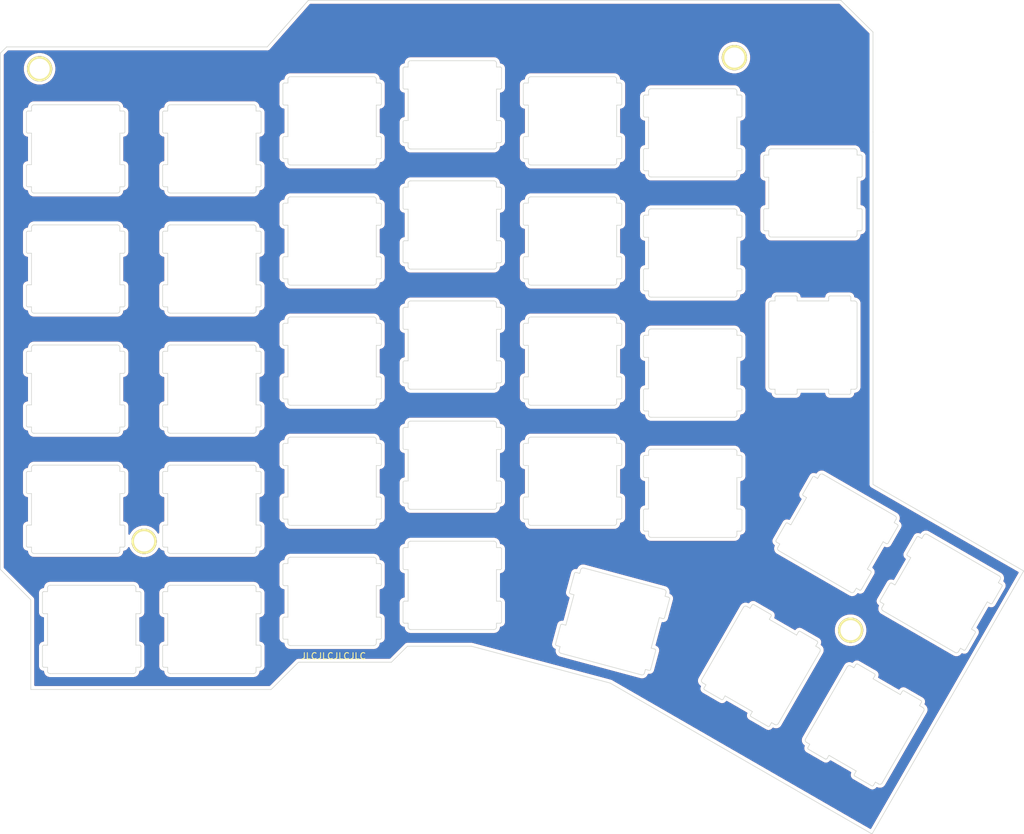
<source format=kicad_pcb>
(kicad_pcb (version 20171130) (host pcbnew "(5.1.5)-3")
  (title_block (title "Redox keyboard PCB") (date 2020-05-12) (rev "2.0 NG") (comment 1 "Modified by Nicolas Grondin") (comment 2 https://github.com/engee974/redox-keyboard) (comment 3 "designed by Mattia Dal Ben (aka u/TiaMaT102)") (comment 4 https://github.com/mattdibi/redox-keyboard))
  (layers (0 F.Cu signal hide) (31 B.Cu signal) (34 B.Paste user) (35 F.Paste user) (36 B.SilkS user) (37 F.SilkS user) (38 B.Mask user) (39 F.Mask user) (44 Edge.Cuts user))
  (net 0 "")
  (module redox_footprints:HOLE_M3 (layer F.Cu) (at 195.9 52.2)
    (fp_text reference H1 hide)
    (fp_text value MountingHole hide)
    (pad 1 thru_hole circle (at -0.061 0) (size 4 4) (drill 3.2) (layers *.Cu *.Mask F.SilkS))
  )
  (module redox_footprints:HOLE_M3 (layer F.Cu) (at 102.6 77.5)
    (fp_text reference H2 hide)
    (fp_text value MountingHole hide)
    (pad 1 thru_hole circle (at -16.875 -23.525) (size 4 4) (drill 3.2) (layers *.Cu *.Mask F.SilkS))
  )
  (module redox_footprints:HOLE_M3 (layer F.Cu) (at 102.235 129.794)
    (fp_text reference H3 hide)
    (fp_text value MountingHole hide)
    (pad 1 thru_hole circle (at 0.052 -0.889) (size 4 4) (drill 3.2) (layers *.Cu *.Mask F.SilkS))
  )
  (module redox_footprints:HOLE_M3 (layer F.Cu) (at 214.249 143.002)
    (fp_text reference H4 hide)
    (fp_text value MountingHole hide)
    (pad 1 thru_hole circle (at 0 0) (size 4 4) (drill 3.2) (layers *.Cu *.Mask F.SilkS))
  )
  (gr_text JLCJLCJLCJLC (at 132.3 147.1) (layer F.SilkS) (effects (font (size 1 1))))
  (gr_line (start 190.809234 151.352177) (end 191.328849 151.652177) (layer Edge.Cuts) (width 0.1))
  (gr_line (start 191.028845 152.171792) (end 191.328849 151.652177) (layer Edge.Cuts) (width 0.1))
  (gr_line (start 209.387179 146.374232) (end 202.787177 157.805766) (layer Edge.Cuts) (width 0.1))
  (gr_line (start 208.721151 145.527823) (end 209.240766 145.827823) (layer Edge.Cuts) (width 0.1))
  (gr_arc (start 197.60923 139.574232) (end 197.809232 139.227821) (angle -90) (layer Edge.Cuts) (width 0.1))
  (gr_arc (start 209.040768 146.17423) (end 209.387179 146.374232) (angle -90) (layer Edge.Cuts) (width 0.1))
  (gr_line (start 197.262823 139.374234) (end 190.662821 150.805768) (layer Edge.Cuts) (width 0.1))
  (gr_arc (start 191.009232 151.00577) (end 190.662821 150.805768) (angle -90) (layer Edge.Cuts) (width 0.1))
  (gr_line (start 198.328847 139.527822) (end 198.62885 139.008207) (layer Edge.Cuts) (width 0.1))
  (gr_line (start 208.721151 145.527823) (end 209.021155 145.008208) (layer Edge.Cuts) (width 0.1))
  (gr_line (start 197.809232 139.227821) (end 198.328847 139.527822) (layer Edge.Cuts) (width 0.1))
  (gr_line (start 194.059938 153.921792) (end 194.359936 153.402178) (layer Edge.Cuts) (width 0.1))
  (gr_line (start 198.390066 156.421795) (end 198.690064 155.902178) (layer Edge.Cuts) (width 0.1))
  (gr_line (start 201.721153 157.652178) (end 202.240768 157.952179) (layer Edge.Cuts) (width 0.1))
  (gr_arc (start 202.44077 157.605768) (end 202.240768 157.952179) (angle -90) (layer Edge.Cuts) (width 0.1))
  (gr_line (start 201.42115 158.171793) (end 201.721153 157.652178) (layer Edge.Cuts) (width 0.1))
  (gr_line (start 191.102052 152.444999) (end 193.786732 153.994999) (layer Edge.Cuts) (width 0.1))
  (gr_line (start 201.359936 141.277822) (end 205.690064 143.777822) (layer Edge.Cuts) (width 0.1))
  (gr_line (start 208.947948 144.735001) (end 206.263268 143.185001) (layer Edge.Cuts) (width 0.1))
  (gr_line (start 198.463269 156.694995) (end 201.147947 158.244997) (layer Edge.Cuts) (width 0.1))
  (gr_line (start 201.659934 140.758205) (end 201.359936 141.277822) (layer Edge.Cuts) (width 0.1))
  (gr_arc (start 206.163269 143.358208) (end 206.263268 143.185001) (angle -90) (layer Edge.Cuts) (width 0.1))
  (gr_arc (start 191.202052 152.271792) (end 191.028845 152.171792) (angle -90) (layer Edge.Cuts) (width 0.1))
  (gr_line (start 201.586731 140.485005) (end 198.902053 138.935003) (layer Edge.Cuts) (width 0.1))
  (gr_arc (start 208.847948 144.908208) (end 209.021155 145.008208) (angle -90) (layer Edge.Cuts) (width 0.1))
  (gr_arc (start 198.802053 139.108207) (end 198.902053 138.935003) (angle -90) (layer Edge.Cuts) (width 0.1))
  (gr_arc (start 193.886731 153.821792) (end 193.786732 153.994999) (angle -90) (layer Edge.Cuts) (width 0.1))
  (gr_arc (start 201.486732 140.658205) (end 201.659934 140.758205) (angle -90) (layer Edge.Cuts) (width 0.1))
  (gr_line (start 205.990062 143.258208) (end 205.690064 143.777822) (layer Edge.Cuts) (width 0.1))
  (gr_line (start 194.359936 153.402178) (end 198.690064 155.902178) (layer Edge.Cuts) (width 0.1))
  (gr_arc (start 198.563268 156.521795) (end 198.390066 156.421795) (angle -90) (layer Edge.Cuts) (width 0.1))
  (gr_arc (start 201.247947 158.071793) (end 201.147947 158.244997) (angle -90) (layer Edge.Cuts) (width 0.1))
  (gr_line (start 207.264239 160.781927) (end 207.783853 161.081926) (layer Edge.Cuts) (width 0.1))
  (gr_line (start 207.483856 161.601545) (end 207.783853 161.081926) (layer Edge.Cuts) (width 0.1))
  (gr_line (start 225.842186 155.803984) (end 219.242184 167.235519) (layer Edge.Cuts) (width 0.1))
  (gr_line (start 225.176161 154.957572) (end 225.695773 155.257573) (layer Edge.Cuts) (width 0.1))
  (gr_arc (start 214.064238 149.003983) (end 214.264243 148.657574) (angle -90) (layer Edge.Cuts) (width 0.1))
  (gr_arc (start 225.495776 155.603985) (end 225.842186 155.803984) (angle -90) (layer Edge.Cuts) (width 0.1))
  (gr_line (start 213.717828 148.803981) (end 207.117831 160.235518) (layer Edge.Cuts) (width 0.1))
  (gr_arc (start 207.46424 160.43552) (end 207.117831 160.235518) (angle -90) (layer Edge.Cuts) (width 0.1))
  (gr_line (start 214.783858 148.957573) (end 215.083855 148.437955) (layer Edge.Cuts) (width 0.1))
  (gr_line (start 225.176161 154.957572) (end 225.47616 154.437956) (layer Edge.Cuts) (width 0.1))
  (gr_line (start 214.264243 148.657574) (end 214.783858 148.957573) (layer Edge.Cuts) (width 0.1))
  (gr_line (start 210.514943 163.351544) (end 210.814946 162.831926) (layer Edge.Cuts) (width 0.1))
  (gr_line (start 214.845071 165.851542) (end 215.14507 165.331925) (layer Edge.Cuts) (width 0.1))
  (gr_line (start 218.176159 167.081928) (end 218.695775 167.38193) (layer Edge.Cuts) (width 0.1))
  (gr_arc (start 218.895772 167.035522) (end 218.695775 167.38193) (angle -90) (layer Edge.Cuts) (width 0.1))
  (gr_line (start 217.876159 167.601544) (end 218.176159 167.081928) (layer Edge.Cuts) (width 0.1))
  (gr_line (start 207.557059 161.87475) (end 210.241739 163.424747) (layer Edge.Cuts) (width 0.1))
  (gr_line (start 217.814945 150.70757) (end 222.145073 153.207568) (layer Edge.Cuts) (width 0.1))
  (gr_line (start 225.402957 154.164753) (end 222.718275 152.614751) (layer Edge.Cuts) (width 0.1))
  (gr_line (start 214.918277 166.124748) (end 217.602954 167.674749) (layer Edge.Cuts) (width 0.1))
  (gr_line (start 218.114944 150.187955) (end 217.814945 150.70757) (layer Edge.Cuts) (width 0.1))
  (gr_arc (start 222.618278 152.787957) (end 222.718275 152.614751) (angle -90) (layer Edge.Cuts) (width 0.1))
  (gr_arc (start 207.65706 161.701542) (end 207.483856 161.601545) (angle -90) (layer Edge.Cuts) (width 0.1))
  (gr_line (start 218.041738 149.91475) (end 215.357057 148.364752) (layer Edge.Cuts) (width 0.1))
  (gr_arc (start 225.302955 154.337958) (end 225.47616 154.437956) (angle -90) (layer Edge.Cuts) (width 0.1))
  (gr_arc (start 215.257063 148.537958) (end 215.357057 148.364752) (angle -90) (layer Edge.Cuts) (width 0.1))
  (gr_arc (start 210.341736 163.251541) (end 210.241739 163.424747) (angle -90) (layer Edge.Cuts) (width 0.1))
  (gr_arc (start 217.941742 150.087957) (end 218.114944 150.187955) (angle -90) (layer Edge.Cuts) (width 0.1))
  (gr_line (start 222.44507 152.687959) (end 222.145073 153.207568) (layer Edge.Cuts) (width 0.1))
  (gr_line (start 210.814946 162.831926) (end 215.14507 165.331925) (layer Edge.Cuts) (width 0.1))
  (gr_arc (start 215.018274 165.951542) (end 214.845071 165.851542) (angle -90) (layer Edge.Cuts) (width 0.1))
  (gr_arc (start 217.702953 167.501544) (end 217.602954 167.674749) (angle -90) (layer Edge.Cuts) (width 0.1))
  (gr_line (start 231.362178 146.375767) (end 231.662178 145.856151) (layer Edge.Cuts) (width 0.1))
  (gr_line (start 232.181793 146.156153) (end 231.662178 145.856151) (layer Edge.Cuts) (width 0.1))
  (gr_line (start 226.384233 127.797822) (end 237.815767 134.397822) (layer Edge.Cuts) (width 0.1))
  (gr_line (start 225.537822 128.463849) (end 225.837822 127.944233) (layer Edge.Cuts) (width 0.1))
  (gr_arc (start 219.584232 139.575769) (end 219.237822 139.375767) (angle -90) (layer Edge.Cuts) (width 0.1))
  (gr_arc (start 226.184231 128.144232) (end 226.384233 127.797822) (angle -90) (layer Edge.Cuts) (width 0.1))
  (gr_line (start 219.384233 139.922178) (end 230.815767 146.522178) (layer Edge.Cuts) (width 0.1))
  (gr_arc (start 231.015769 146.175768) (end 230.815767 146.522178) (angle -90) (layer Edge.Cuts) (width 0.1))
  (gr_line (start 219.537822 138.856152) (end 219.018207 138.556152) (layer Edge.Cuts) (width 0.1))
  (gr_line (start 225.537822 128.463849) (end 225.018207 128.163847) (layer Edge.Cuts) (width 0.1))
  (gr_line (start 219.237822 139.375767) (end 219.537822 138.856152) (layer Edge.Cuts) (width 0.1))
  (gr_line (start 233.931793 143.125063) (end 233.412178 142.825064) (layer Edge.Cuts) (width 0.1))
  (gr_line (start 236.431793 138.794936) (end 235.912178 138.494936) (layer Edge.Cuts) (width 0.1))
  (gr_line (start 237.662178 135.463848) (end 237.962178 134.944233) (layer Edge.Cuts) (width 0.1))
  (gr_arc (start 237.615768 134.744231) (end 237.962178 134.944233) (angle -90) (layer Edge.Cuts) (width 0.1))
  (gr_line (start 238.181793 135.763848) (end 237.662178 135.463848) (layer Edge.Cuts) (width 0.1))
  (gr_line (start 232.454998 146.082948) (end 234.004998 143.398268) (layer Edge.Cuts) (width 0.1))
  (gr_line (start 221.287822 135.825064) (end 223.787822 131.494936) (layer Edge.Cuts) (width 0.1))
  (gr_line (start 224.745002 128.237052) (end 223.195002 130.921732) (layer Edge.Cuts) (width 0.1))
  (gr_line (start 236.704997 138.721731) (end 238.254998 136.037052) (layer Edge.Cuts) (width 0.1))
  (gr_line (start 220.768207 135.525064) (end 221.287822 135.825064) (layer Edge.Cuts) (width 0.1))
  (gr_arc (start 223.368207 131.021731) (end 223.195002 130.921732) (angle -90) (layer Edge.Cuts) (width 0.1))
  (gr_arc (start 232.281792 145.982947) (end 232.181793 146.156153) (angle -90) (layer Edge.Cuts) (width 0.1))
  (gr_line (start 220.495003 135.598269) (end 218.945002 138.282948) (layer Edge.Cuts) (width 0.1))
  (gr_arc (start 224.918208 128.337053) (end 225.018207 128.163847) (angle -90) (layer Edge.Cuts) (width 0.1))
  (gr_arc (start 219.118208 138.382947) (end 218.945002 138.282948) (angle -90) (layer Edge.Cuts) (width 0.1))
  (gr_arc (start 233.831793 143.298269) (end 234.004998 143.398268) (angle -90) (layer Edge.Cuts) (width 0.1))
  (gr_arc (start 220.668206 135.698268) (end 220.768207 135.525064) (angle -90) (layer Edge.Cuts) (width 0.1))
  (gr_line (start 223.268207 131.194937) (end 223.787822 131.494936) (layer Edge.Cuts) (width 0.1))
  (gr_line (start 233.412178 142.825064) (end 235.912178 138.494936) (layer Edge.Cuts) (width 0.1))
  (gr_arc (start 236.531794 138.621732) (end 236.431793 138.794936) (angle -90) (layer Edge.Cuts) (width 0.1))
  (gr_arc (start 238.081792 135.937053) (end 238.254998 136.037052) (angle -90) (layer Edge.Cuts) (width 0.1))
  (gr_line (start 214.852178 136.850767) (end 215.152178 136.331151) (layer Edge.Cuts) (width 0.1))
  (gr_line (start 215.671793 136.631153) (end 215.152178 136.331151) (layer Edge.Cuts) (width 0.1))
  (gr_line (start 209.874233 118.272822) (end 221.305767 124.872822) (layer Edge.Cuts) (width 0.1))
  (gr_line (start 209.027822 118.938849) (end 209.327822 118.419233) (layer Edge.Cuts) (width 0.1))
  (gr_arc (start 203.074232 130.050769) (end 202.727822 129.850767) (angle -90) (layer Edge.Cuts) (width 0.1))
  (gr_arc (start 209.674231 118.619232) (end 209.874233 118.272822) (angle -90) (layer Edge.Cuts) (width 0.1))
  (gr_line (start 202.874233 130.397178) (end 214.305767 136.997178) (layer Edge.Cuts) (width 0.1))
  (gr_arc (start 214.505769 136.650768) (end 214.305767 136.997178) (angle -90) (layer Edge.Cuts) (width 0.1))
  (gr_line (start 203.027822 129.331152) (end 202.508207 129.031152) (layer Edge.Cuts) (width 0.1))
  (gr_line (start 209.027822 118.938849) (end 208.508207 118.638847) (layer Edge.Cuts) (width 0.1))
  (gr_line (start 202.727822 129.850767) (end 203.027822 129.331152) (layer Edge.Cuts) (width 0.1))
  (gr_line (start 217.421793 133.600063) (end 216.902178 133.300064) (layer Edge.Cuts) (width 0.1))
  (gr_line (start 219.921793 129.269936) (end 219.402178 128.969936) (layer Edge.Cuts) (width 0.1))
  (gr_line (start 221.152178 125.938848) (end 221.452178 125.419233) (layer Edge.Cuts) (width 0.1))
  (gr_arc (start 221.105768 125.219231) (end 221.452178 125.419233) (angle -90) (layer Edge.Cuts) (width 0.1))
  (gr_line (start 221.671793 126.238848) (end 221.152178 125.938848) (layer Edge.Cuts) (width 0.1))
  (gr_line (start 215.944998 136.557948) (end 217.494998 133.873268) (layer Edge.Cuts) (width 0.1))
  (gr_line (start 204.777822 126.300064) (end 207.277822 121.969936) (layer Edge.Cuts) (width 0.1))
  (gr_line (start 208.235002 118.712052) (end 206.685002 121.396732) (layer Edge.Cuts) (width 0.1))
  (gr_line (start 220.194997 129.196731) (end 221.744998 126.512052) (layer Edge.Cuts) (width 0.1))
  (gr_line (start 204.258207 126.000064) (end 204.777822 126.300064) (layer Edge.Cuts) (width 0.1))
  (gr_arc (start 206.858207 121.496731) (end 206.685002 121.396732) (angle -90) (layer Edge.Cuts) (width 0.1))
  (gr_arc (start 215.771792 136.457947) (end 215.671793 136.631153) (angle -90) (layer Edge.Cuts) (width 0.1))
  (gr_line (start 203.985003 126.073269) (end 202.435002 128.757948) (layer Edge.Cuts) (width 0.1))
  (gr_arc (start 208.408208 118.812053) (end 208.508207 118.638847) (angle -90) (layer Edge.Cuts) (width 0.1))
  (gr_arc (start 202.608208 128.857947) (end 202.435002 128.757948) (angle -90) (layer Edge.Cuts) (width 0.1))
  (gr_arc (start 217.321793 133.773269) (end 217.494998 133.873268) (angle -90) (layer Edge.Cuts) (width 0.1))
  (gr_arc (start 204.158206 126.173268) (end 204.258207 126.000064) (angle -90) (layer Edge.Cuts) (width 0.1))
  (gr_line (start 206.758207 121.669937) (end 207.277822 121.969936) (layer Edge.Cuts) (width 0.1))
  (gr_line (start 216.902178 133.300064) (end 219.402178 128.969936) (layer Edge.Cuts) (width 0.1))
  (gr_arc (start 220.021794 129.096732) (end 219.921793 129.269936) (angle -90) (layer Edge.Cuts) (width 0.1))
  (gr_arc (start 221.571792 126.412053) (end 221.744998 126.512052) (angle -90) (layer Edge.Cuts) (width 0.1))
  (gr_line (start 201.68 104.789999) (end 202.28 104.789999) (layer Edge.Cuts) (width 0.1))
  (gr_line (start 202.279998 105.390001) (end 202.28 104.789999) (layer Edge.Cuts) (width 0.1))
  (gr_line (start 215.28 91.189999) (end 215.279999 104.39) (layer Edge.Cuts) (width 0.1))
  (gr_line (start 214.28 90.790001) (end 214.88 90.790001) (layer Edge.Cuts) (width 0.1))
  (gr_arc (start 201.679999 91.19) (end 201.679999 90.79) (angle -90) (layer Edge.Cuts) (width 0.1))
  (gr_arc (start 214.88 91.189999) (end 215.28 91.189999) (angle -90) (layer Edge.Cuts) (width 0.1))
  (gr_line (start 201.280001 91.19) (end 201.28 104.390001) (layer Edge.Cuts) (width 0.1))
  (gr_arc (start 201.68 104.390001) (end 201.28 104.390001) (angle -90) (layer Edge.Cuts) (width 0.1))
  (gr_line (start 202.279999 90.79) (end 202.280001 90.189999) (layer Edge.Cuts) (width 0.1))
  (gr_line (start 214.28 90.790001) (end 214.280002 90.189999) (layer Edge.Cuts) (width 0.1))
  (gr_line (start 201.679999 90.79) (end 202.279999 90.79) (layer Edge.Cuts) (width 0.1))
  (gr_line (start 205.78 105.389999) (end 205.78 104.79) (layer Edge.Cuts) (width 0.1))
  (gr_line (start 210.780002 105.390001) (end 210.78 104.789999) (layer Edge.Cuts) (width 0.1))
  (gr_line (start 214.280001 104.79) (end 214.880001 104.79) (layer Edge.Cuts) (width 0.1))
  (gr_arc (start 214.880001 104.39) (end 214.880001 104.79) (angle -90) (layer Edge.Cuts) (width 0.1))
  (gr_line (start 214.279999 105.390001) (end 214.280001 104.79) (layer Edge.Cuts) (width 0.1))
  (gr_line (start 202.48 105.590001) (end 205.580001 105.590001) (layer Edge.Cuts) (width 0.1))
  (gr_line (start 205.78 90.790001) (end 210.78 90.79) (layer Edge.Cuts) (width 0.1))
  (gr_line (start 214.08 89.989999) (end 210.979999 89.989999) (layer Edge.Cuts) (width 0.1))
  (gr_line (start 210.98 105.589998) (end 214.079999 105.59) (layer Edge.Cuts) (width 0.1))
  (gr_line (start 205.779998 90.189999) (end 205.78 90.790001) (layer Edge.Cuts) (width 0.1))
  (gr_arc (start 210.98 90.190001) (end 210.979999 89.989999) (angle -90) (layer Edge.Cuts) (width 0.1))
  (gr_arc (start 202.479999 105.39) (end 202.279998 105.390001) (angle -90) (layer Edge.Cuts) (width 0.1))
  (gr_line (start 205.58 89.990002) (end 202.480001 89.99) (layer Edge.Cuts) (width 0.1))
  (gr_arc (start 214.080001 90.19) (end 214.280002 90.189999) (angle -90) (layer Edge.Cuts) (width 0.1))
  (gr_arc (start 202.48 90.189999) (end 202.480001 89.99) (angle -90) (layer Edge.Cuts) (width 0.1))
  (gr_arc (start 205.58 105.389999) (end 205.580001 105.590001) (angle -90) (layer Edge.Cuts) (width 0.1))
  (gr_arc (start 205.58 90.189999) (end 205.779998 90.189999) (angle -90) (layer Edge.Cuts) (width 0.1))
  (gr_line (start 210.78 90.190001) (end 210.78 90.79) (layer Edge.Cuts) (width 0.1))
  (gr_line (start 205.78 104.79) (end 210.78 104.789999) (layer Edge.Cuts) (width 0.1))
  (gr_arc (start 210.98 105.390001) (end 210.780002 105.390001) (angle -90) (layer Edge.Cuts) (width 0.1))
  (gr_arc (start 214.08 105.390001) (end 214.079999 105.59) (angle -90) (layer Edge.Cuts) (width 0.1))
  (gr_line (start 181.583275 149.791843) (end 181.738566 149.212287) (layer Edge.Cuts) (width 0.1))
  (gr_line (start 182.318122 149.36758) (end 181.738566 149.212287) (layer Edge.Cuts) (width 0.1))
  (gr_line (start 171.966623 133.135314) (end 184.716843 136.551725) (layer Edge.Cuts) (width 0.1))
  (gr_line (start 171.321434 133.997713) (end 171.476725 133.418157) (layer Edge.Cuts) (width 0.1))
  (gr_arc (start 168.446684 146.271905) (end 168.060314 146.168377) (angle -90) (layer Edge.Cuts) (width 0.1))
  (gr_arc (start 171.863095 133.521684) (end 171.966623 133.135314) (angle -90) (layer Edge.Cuts) (width 0.1))
  (gr_line (start 168.343157 146.658275) (end 181.093377 150.074686) (layer Edge.Cuts) (width 0.1))
  (gr_arc (start 181.196905 149.688316) (end 181.093377 150.074686) (angle -90) (layer Edge.Cuts) (width 0.1))
  (gr_line (start 168.215605 145.588821) (end 167.636049 145.433531) (layer Edge.Cuts) (width 0.1))
  (gr_line (start 171.321434 133.997713) (end 170.741878 133.84242) (layer Edge.Cuts) (width 0.1))
  (gr_line (start 168.060314 146.168377) (end 168.215605 145.588821) (layer Edge.Cuts) (width 0.1))
  (gr_line (start 183.223988 145.986839) (end 182.644433 145.831548) (layer Edge.Cuts) (width 0.1))
  (gr_line (start 184.518084 141.15721) (end 183.938529 141.001918) (layer Edge.Cuts) (width 0.1))
  (gr_line (start 184.844395 137.621179) (end 184.999686 137.041623) (layer Edge.Cuts) (width 0.1))
  (gr_arc (start 184.613316 136.938095) (end 184.999686 137.041623) (angle -90) (layer Edge.Cuts) (width 0.1))
  (gr_line (start 185.423951 137.776469) (end 184.844395 137.621179) (layer Edge.Cuts) (width 0.1))
  (gr_line (start 182.563071 149.226159) (end 183.36541 146.231788) (layer Edge.Cuts) (width 0.1))
  (gr_line (start 169.121471 142.208082) (end 170.415567 137.378452) (layer Edge.Cuts) (width 0.1))
  (gr_line (start 170.496929 133.983841) (end 169.69459 136.978212) (layer Edge.Cuts) (width 0.1))
  (gr_line (start 184.763032 141.015789) (end 185.565372 138.021419) (layer Edge.Cuts) (width 0.1))
  (gr_line (start 168.541916 142.05279) (end 169.121471 142.208082) (layer Edge.Cuts) (width 0.1))
  (gr_arc (start 169.887775 137.029976) (end 169.69459 136.978212) (angle -90) (layer Edge.Cuts) (width 0.1))
  (gr_arc (start 182.369885 149.174394) (end 182.318122 149.36758) (angle -90) (layer Edge.Cuts) (width 0.1))
  (gr_line (start 168.296968 142.194211) (end 167.494628 145.188581) (layer Edge.Cuts) (width 0.1))
  (gr_arc (start 170.690115 134.035606) (end 170.741878 133.84242) (angle -90) (layer Edge.Cuts) (width 0.1))
  (gr_arc (start 167.687814 145.240345) (end 167.494628 145.188581) (angle -90) (layer Edge.Cuts) (width 0.1))
  (gr_arc (start 183.172225 146.180024) (end 183.36541 146.231788) (angle -90) (layer Edge.Cuts) (width 0.1))
  (gr_arc (start 168.490152 142.245975) (end 168.541916 142.05279) (angle -90) (layer Edge.Cuts) (width 0.1))
  (gr_line (start 169.836012 137.223161) (end 170.415567 137.378452) (layer Edge.Cuts) (width 0.1))
  (gr_line (start 182.644433 145.831548) (end 183.938529 141.001918) (layer Edge.Cuts) (width 0.1))
  (gr_arc (start 184.569848 140.964025) (end 184.518084 141.15721) (angle -90) (layer Edge.Cuts) (width 0.1))
  (gr_arc (start 185.372186 137.969655) (end 185.565372 138.021419) (angle -90) (layer Edge.Cuts) (width 0.1))
  (gr_line (start 201.28 76.16) (end 201.28 71.16) (layer Edge.Cuts) (width 0.1))
  (gr_line (start 215.88 67.66) (end 215.28 67.66) (layer Edge.Cuts) (width 0.1))
  (gr_line (start 200.68 76.16) (end 201.28 76.16) (layer Edge.Cuts) (width 0.1))
  (gr_line (start 201.68 80.66) (end 214.88 80.66) (layer Edge.Cuts) (width 0.1))
  (gr_line (start 215.28 67.66) (end 215.28 67.06) (layer Edge.Cuts) (width 0.1))
  (gr_line (start 201.28 79.66) (end 200.68 79.66) (layer Edge.Cuts) (width 0.1))
  (gr_arc (start 215.88 70.96) (end 215.88 71.16) (angle -90) (layer Edge.Cuts) (width 0.1))
  (gr_line (start 200.48 76.36) (end 200.48 79.46) (layer Edge.Cuts) (width 0.1))
  (gr_line (start 215.28 80.26) (end 215.28 79.66) (layer Edge.Cuts) (width 0.1))
  (gr_line (start 216.08 79.46) (end 216.08 76.36) (layer Edge.Cuts) (width 0.1))
  (gr_line (start 215.88 71.16) (end 215.28 71.16) (layer Edge.Cuts) (width 0.1))
  (gr_arc (start 201.68 67.06) (end 201.68 66.66) (angle -90) (layer Edge.Cuts) (width 0.1))
  (gr_arc (start 200.68 70.96) (end 200.48 70.96) (angle -90) (layer Edge.Cuts) (width 0.1))
  (gr_arc (start 214.88 80.26) (end 214.88 80.66) (angle -90) (layer Edge.Cuts) (width 0.1))
  (gr_line (start 201.28 67.66) (end 200.68 67.66) (layer Edge.Cuts) (width 0.1))
  (gr_arc (start 215.88 67.86) (end 216.08 67.86) (angle -90) (layer Edge.Cuts) (width 0.1))
  (gr_line (start 215.28 76.16) (end 215.28 71.16) (layer Edge.Cuts) (width 0.1))
  (gr_arc (start 201.68 80.26) (end 201.28 80.26) (angle -90) (layer Edge.Cuts) (width 0.1))
  (gr_arc (start 215.88 76.36) (end 216.08 76.36) (angle -90) (layer Edge.Cuts) (width 0.1))
  (gr_arc (start 200.68 79.46) (end 200.48 79.46) (angle -90) (layer Edge.Cuts) (width 0.1))
  (gr_line (start 201.28 80.26) (end 201.28 79.66) (layer Edge.Cuts) (width 0.1))
  (gr_line (start 200.48 67.86) (end 200.48 70.96) (layer Edge.Cuts) (width 0.1))
  (gr_arc (start 200.68 67.86) (end 200.68 67.66) (angle -90) (layer Edge.Cuts) (width 0.1))
  (gr_arc (start 215.88 79.46) (end 215.88 79.66) (angle -90) (layer Edge.Cuts) (width 0.1))
  (gr_line (start 216.08 70.96) (end 216.08 67.86) (layer Edge.Cuts) (width 0.1))
  (gr_line (start 215.88 76.16) (end 215.28 76.16) (layer Edge.Cuts) (width 0.1))
  (gr_line (start 201.68 66.66) (end 214.88 66.66) (layer Edge.Cuts) (width 0.1))
  (gr_arc (start 214.88 67.06) (end 215.28 67.06) (angle -90) (layer Edge.Cuts) (width 0.1))
  (gr_line (start 215.88 79.66) (end 215.28 79.66) (layer Edge.Cuts) (width 0.1))
  (gr_line (start 201.28 67.66) (end 201.28 67.06) (layer Edge.Cuts) (width 0.1))
  (gr_line (start 200.68 71.16) (end 201.28 71.16) (layer Edge.Cuts) (width 0.1))
  (gr_arc (start 200.68 76.36) (end 200.68 76.16) (angle -90) (layer Edge.Cuts) (width 0.1))
  (gr_line (start 181.63 118.785) (end 182.23 118.785) (layer Edge.Cuts) (width 0.1))
  (gr_arc (start 181.63 115.485) (end 181.63 115.285) (angle -90) (layer Edge.Cuts) (width 0.1))
  (gr_arc (start 196.83 127.085) (end 196.83 127.285) (angle -90) (layer Edge.Cuts) (width 0.1))
  (gr_line (start 181.43 115.485) (end 181.43 118.585) (layer Edge.Cuts) (width 0.1))
  (gr_line (start 196.23 127.885) (end 196.23 127.285) (layer Edge.Cuts) (width 0.1))
  (gr_arc (start 181.63 123.985) (end 181.63 123.785) (angle -90) (layer Edge.Cuts) (width 0.1))
  (gr_arc (start 182.63 127.885) (end 182.23 127.885) (angle -90) (layer Edge.Cuts) (width 0.1))
  (gr_line (start 197.03 127.085) (end 197.03 123.985) (layer Edge.Cuts) (width 0.1))
  (gr_line (start 182.23 127.285) (end 181.63 127.285) (layer Edge.Cuts) (width 0.1))
  (gr_line (start 196.83 127.285) (end 196.23 127.285) (layer Edge.Cuts) (width 0.1))
  (gr_arc (start 196.83 118.585) (end 196.83 118.785) (angle -90) (layer Edge.Cuts) (width 0.1))
  (gr_line (start 182.23 123.785) (end 182.23 118.785) (layer Edge.Cuts) (width 0.1))
  (gr_line (start 196.23 115.285) (end 196.23 114.685) (layer Edge.Cuts) (width 0.1))
  (gr_line (start 196.83 118.785) (end 196.23 118.785) (layer Edge.Cuts) (width 0.1))
  (gr_arc (start 182.63 114.685) (end 182.63 114.285) (angle -90) (layer Edge.Cuts) (width 0.1))
  (gr_line (start 182.23 115.285) (end 181.63 115.285) (layer Edge.Cuts) (width 0.1))
  (gr_arc (start 195.83 127.885) (end 195.83 128.285) (angle -90) (layer Edge.Cuts) (width 0.1))
  (gr_line (start 181.63 123.785) (end 182.23 123.785) (layer Edge.Cuts) (width 0.1))
  (gr_line (start 196.83 123.785) (end 196.23 123.785) (layer Edge.Cuts) (width 0.1))
  (gr_line (start 182.23 115.285) (end 182.23 114.685) (layer Edge.Cuts) (width 0.1))
  (gr_arc (start 196.83 123.985) (end 197.03 123.985) (angle -90) (layer Edge.Cuts) (width 0.1))
  (gr_line (start 182.63 128.285) (end 195.83 128.285) (layer Edge.Cuts) (width 0.1))
  (gr_line (start 196.23 123.785) (end 196.23 118.785) (layer Edge.Cuts) (width 0.1))
  (gr_line (start 182.63 114.285) (end 195.83 114.285) (layer Edge.Cuts) (width 0.1))
  (gr_arc (start 181.63 127.085) (end 181.43 127.085) (angle -90) (layer Edge.Cuts) (width 0.1))
  (gr_line (start 197.03 118.585) (end 197.03 115.485) (layer Edge.Cuts) (width 0.1))
  (gr_arc (start 195.83 114.685) (end 196.23 114.685) (angle -90) (layer Edge.Cuts) (width 0.1))
  (gr_arc (start 181.63 118.585) (end 181.43 118.585) (angle -90) (layer Edge.Cuts) (width 0.1))
  (gr_line (start 181.43 123.985) (end 181.43 127.085) (layer Edge.Cuts) (width 0.1))
  (gr_line (start 196.83 115.285) (end 196.23 115.285) (layer Edge.Cuts) (width 0.1))
  (gr_line (start 182.23 127.885) (end 182.23 127.285) (layer Edge.Cuts) (width 0.1))
  (gr_arc (start 196.83 115.485) (end 197.03 115.485) (angle -90) (layer Edge.Cuts) (width 0.1))
  (gr_arc (start 182.63 108.835) (end 182.23 108.835) (angle -90) (layer Edge.Cuts) (width 0.1))
  (gr_line (start 182.63 95.235) (end 195.83 95.235) (layer Edge.Cuts) (width 0.1))
  (gr_line (start 181.43 96.435) (end 181.43 99.535) (layer Edge.Cuts) (width 0.1))
  (gr_line (start 196.83 108.235) (end 196.23 108.235) (layer Edge.Cuts) (width 0.1))
  (gr_arc (start 181.63 108.035) (end 181.43 108.035) (angle -90) (layer Edge.Cuts) (width 0.1))
  (gr_line (start 196.23 104.735) (end 196.23 99.735) (layer Edge.Cuts) (width 0.1))
  (gr_arc (start 181.63 96.435) (end 181.63 96.235) (angle -90) (layer Edge.Cuts) (width 0.1))
  (gr_line (start 197.03 99.535) (end 197.03 96.435) (layer Edge.Cuts) (width 0.1))
  (gr_arc (start 195.83 95.635) (end 196.23 95.635) (angle -90) (layer Edge.Cuts) (width 0.1))
  (gr_arc (start 181.63 99.535) (end 181.43 99.535) (angle -90) (layer Edge.Cuts) (width 0.1))
  (gr_line (start 182.23 108.235) (end 181.63 108.235) (layer Edge.Cuts) (width 0.1))
  (gr_arc (start 196.83 99.535) (end 196.83 99.735) (angle -90) (layer Edge.Cuts) (width 0.1))
  (gr_line (start 182.23 104.735) (end 182.23 99.735) (layer Edge.Cuts) (width 0.1))
  (gr_line (start 197.03 108.035) (end 197.03 104.935) (layer Edge.Cuts) (width 0.1))
  (gr_line (start 182.23 108.835) (end 182.23 108.235) (layer Edge.Cuts) (width 0.1))
  (gr_line (start 196.23 96.235) (end 196.23 95.635) (layer Edge.Cuts) (width 0.1))
  (gr_line (start 182.63 109.235) (end 195.83 109.235) (layer Edge.Cuts) (width 0.1))
  (gr_line (start 196.83 104.735) (end 196.23 104.735) (layer Edge.Cuts) (width 0.1))
  (gr_line (start 182.23 96.235) (end 182.23 95.635) (layer Edge.Cuts) (width 0.1))
  (gr_line (start 196.23 108.835) (end 196.23 108.235) (layer Edge.Cuts) (width 0.1))
  (gr_arc (start 182.63 95.635) (end 182.63 95.235) (angle -90) (layer Edge.Cuts) (width 0.1))
  (gr_line (start 181.63 99.735) (end 182.23 99.735) (layer Edge.Cuts) (width 0.1))
  (gr_line (start 181.43 104.935) (end 181.43 108.035) (layer Edge.Cuts) (width 0.1))
  (gr_line (start 196.83 96.235) (end 196.23 96.235) (layer Edge.Cuts) (width 0.1))
  (gr_arc (start 196.83 104.935) (end 197.03 104.935) (angle -90) (layer Edge.Cuts) (width 0.1))
  (gr_line (start 196.83 99.735) (end 196.23 99.735) (layer Edge.Cuts) (width 0.1))
  (gr_line (start 182.23 96.235) (end 181.63 96.235) (layer Edge.Cuts) (width 0.1))
  (gr_arc (start 195.83 108.835) (end 195.83 109.235) (angle -90) (layer Edge.Cuts) (width 0.1))
  (gr_line (start 181.63 104.735) (end 182.23 104.735) (layer Edge.Cuts) (width 0.1))
  (gr_arc (start 196.83 108.035) (end 196.83 108.235) (angle -90) (layer Edge.Cuts) (width 0.1))
  (gr_arc (start 181.63 104.935) (end 181.63 104.735) (angle -90) (layer Edge.Cuts) (width 0.1))
  (gr_arc (start 196.83 96.435) (end 197.03 96.435) (angle -90) (layer Edge.Cuts) (width 0.1))
  (gr_arc (start 182.63 89.785) (end 182.23 89.785) (angle -90) (layer Edge.Cuts) (width 0.1))
  (gr_line (start 181.43 77.385) (end 181.43 80.485) (layer Edge.Cuts) (width 0.1))
  (gr_line (start 196.23 77.185) (end 196.23 76.585) (layer Edge.Cuts) (width 0.1))
  (gr_line (start 196.83 89.185) (end 196.23 89.185) (layer Edge.Cuts) (width 0.1))
  (gr_arc (start 182.63 76.585) (end 182.63 76.185) (angle -90) (layer Edge.Cuts) (width 0.1))
  (gr_line (start 181.63 80.685) (end 182.23 80.685) (layer Edge.Cuts) (width 0.1))
  (gr_line (start 181.43 85.885) (end 181.43 88.985) (layer Edge.Cuts) (width 0.1))
  (gr_arc (start 196.83 80.485) (end 196.83 80.685) (angle -90) (layer Edge.Cuts) (width 0.1))
  (gr_arc (start 181.63 88.985) (end 181.43 88.985) (angle -90) (layer Edge.Cuts) (width 0.1))
  (gr_line (start 196.83 80.685) (end 196.23 80.685) (layer Edge.Cuts) (width 0.1))
  (gr_line (start 196.23 85.685) (end 196.23 80.685) (layer Edge.Cuts) (width 0.1))
  (gr_arc (start 181.63 77.385) (end 181.63 77.185) (angle -90) (layer Edge.Cuts) (width 0.1))
  (gr_line (start 197.03 80.485) (end 197.03 77.385) (layer Edge.Cuts) (width 0.1))
  (gr_line (start 182.63 76.185) (end 195.83 76.185) (layer Edge.Cuts) (width 0.1))
  (gr_line (start 182.23 85.685) (end 182.23 80.685) (layer Edge.Cuts) (width 0.1))
  (gr_line (start 182.23 77.185) (end 181.63 77.185) (layer Edge.Cuts) (width 0.1))
  (gr_arc (start 196.83 88.985) (end 196.83 89.185) (angle -90) (layer Edge.Cuts) (width 0.1))
  (gr_line (start 182.23 77.185) (end 182.23 76.585) (layer Edge.Cuts) (width 0.1))
  (gr_arc (start 181.63 85.885) (end 181.63 85.685) (angle -90) (layer Edge.Cuts) (width 0.1))
  (gr_arc (start 181.63 80.485) (end 181.43 80.485) (angle -90) (layer Edge.Cuts) (width 0.1))
  (gr_line (start 182.63 90.185) (end 195.83 90.185) (layer Edge.Cuts) (width 0.1))
  (gr_arc (start 195.83 76.585) (end 196.23 76.585) (angle -90) (layer Edge.Cuts) (width 0.1))
  (gr_line (start 196.83 77.185) (end 196.23 77.185) (layer Edge.Cuts) (width 0.1))
  (gr_arc (start 195.83 89.785) (end 195.83 90.185) (angle -90) (layer Edge.Cuts) (width 0.1))
  (gr_arc (start 196.83 85.885) (end 197.03 85.885) (angle -90) (layer Edge.Cuts) (width 0.1))
  (gr_arc (start 196.83 77.385) (end 197.03 77.385) (angle -90) (layer Edge.Cuts) (width 0.1))
  (gr_line (start 197.03 88.985) (end 197.03 85.885) (layer Edge.Cuts) (width 0.1))
  (gr_line (start 182.23 89.785) (end 182.23 89.185) (layer Edge.Cuts) (width 0.1))
  (gr_line (start 196.23 89.785) (end 196.23 89.185) (layer Edge.Cuts) (width 0.1))
  (gr_line (start 196.83 85.685) (end 196.23 85.685) (layer Edge.Cuts) (width 0.1))
  (gr_line (start 182.23 89.185) (end 181.63 89.185) (layer Edge.Cuts) (width 0.1))
  (gr_line (start 181.63 85.685) (end 182.23 85.685) (layer Edge.Cuts) (width 0.1))
  (gr_line (start 182.23 58.135) (end 182.23 57.535) (layer Edge.Cuts) (width 0.1))
  (gr_line (start 181.43 66.835) (end 181.43 69.935) (layer Edge.Cuts) (width 0.1))
  (gr_arc (start 182.63 70.735) (end 182.23 70.735) (angle -90) (layer Edge.Cuts) (width 0.1))
  (gr_arc (start 182.63 57.535) (end 182.63 57.135) (angle -90) (layer Edge.Cuts) (width 0.1))
  (gr_arc (start 181.63 61.435) (end 181.43 61.435) (angle -90) (layer Edge.Cuts) (width 0.1))
  (gr_line (start 196.83 61.635) (end 196.23 61.635) (layer Edge.Cuts) (width 0.1))
  (gr_line (start 182.23 58.135) (end 181.63 58.135) (layer Edge.Cuts) (width 0.1))
  (gr_line (start 182.63 57.135) (end 195.83 57.135) (layer Edge.Cuts) (width 0.1))
  (gr_line (start 197.03 61.435) (end 197.03 58.335) (layer Edge.Cuts) (width 0.1))
  (gr_arc (start 181.63 58.335) (end 181.63 58.135) (angle -90) (layer Edge.Cuts) (width 0.1))
  (gr_arc (start 181.63 66.835) (end 181.63 66.635) (angle -90) (layer Edge.Cuts) (width 0.1))
  (gr_line (start 181.43 58.335) (end 181.43 61.435) (layer Edge.Cuts) (width 0.1))
  (gr_arc (start 181.63 69.935) (end 181.43 69.935) (angle -90) (layer Edge.Cuts) (width 0.1))
  (gr_arc (start 195.83 57.535) (end 196.23 57.535) (angle -90) (layer Edge.Cuts) (width 0.1))
  (gr_line (start 182.63 71.135) (end 195.83 71.135) (layer Edge.Cuts) (width 0.1))
  (gr_line (start 196.23 66.635) (end 196.23 61.635) (layer Edge.Cuts) (width 0.1))
  (gr_arc (start 195.83 70.735) (end 195.83 71.135) (angle -90) (layer Edge.Cuts) (width 0.1))
  (gr_line (start 182.23 66.635) (end 182.23 61.635) (layer Edge.Cuts) (width 0.1))
  (gr_line (start 181.63 61.635) (end 182.23 61.635) (layer Edge.Cuts) (width 0.1))
  (gr_line (start 196.23 58.135) (end 196.23 57.535) (layer Edge.Cuts) (width 0.1))
  (gr_arc (start 196.83 69.935) (end 196.83 70.135) (angle -90) (layer Edge.Cuts) (width 0.1))
  (gr_arc (start 196.83 61.435) (end 196.83 61.635) (angle -90) (layer Edge.Cuts) (width 0.1))
  (gr_line (start 196.83 58.135) (end 196.23 58.135) (layer Edge.Cuts) (width 0.1))
  (gr_line (start 196.83 70.135) (end 196.23 70.135) (layer Edge.Cuts) (width 0.1))
  (gr_arc (start 196.83 66.835) (end 197.03 66.835) (angle -90) (layer Edge.Cuts) (width 0.1))
  (gr_line (start 182.23 70.735) (end 182.23 70.135) (layer Edge.Cuts) (width 0.1))
  (gr_line (start 196.23 70.735) (end 196.23 70.135) (layer Edge.Cuts) (width 0.1))
  (gr_line (start 196.83 66.635) (end 196.23 66.635) (layer Edge.Cuts) (width 0.1))
  (gr_arc (start 196.83 58.335) (end 197.03 58.335) (angle -90) (layer Edge.Cuts) (width 0.1))
  (gr_line (start 182.23 70.135) (end 181.63 70.135) (layer Edge.Cuts) (width 0.1))
  (gr_line (start 181.63 66.635) (end 182.23 66.635) (layer Edge.Cuts) (width 0.1))
  (gr_line (start 197.03 69.935) (end 197.03 66.835) (layer Edge.Cuts) (width 0.1))
  (gr_line (start 163.18 125.98) (end 163.18 125.38) (layer Edge.Cuts) (width 0.1))
  (gr_line (start 177.18 125.98) (end 177.18 125.38) (layer Edge.Cuts) (width 0.1))
  (gr_arc (start 162.58 125.18) (end 162.38 125.18) (angle -90) (layer Edge.Cuts) (width 0.1))
  (gr_line (start 177.78 125.38) (end 177.18 125.38) (layer Edge.Cuts) (width 0.1))
  (gr_arc (start 177.78 116.68) (end 177.78 116.88) (angle -90) (layer Edge.Cuts) (width 0.1))
  (gr_line (start 177.18 113.38) (end 177.18 112.78) (layer Edge.Cuts) (width 0.1))
  (gr_line (start 163.58 126.38) (end 176.78 126.38) (layer Edge.Cuts) (width 0.1))
  (gr_arc (start 176.78 112.78) (end 177.18 112.78) (angle -90) (layer Edge.Cuts) (width 0.1))
  (gr_line (start 177.78 116.88) (end 177.18 116.88) (layer Edge.Cuts) (width 0.1))
  (gr_line (start 177.78 113.38) (end 177.18 113.38) (layer Edge.Cuts) (width 0.1))
  (gr_line (start 177.18 121.88) (end 177.18 116.88) (layer Edge.Cuts) (width 0.1))
  (gr_arc (start 177.78 113.58) (end 177.98 113.58) (angle -90) (layer Edge.Cuts) (width 0.1))
  (gr_arc (start 162.58 113.58) (end 162.58 113.38) (angle -90) (layer Edge.Cuts) (width 0.1))
  (gr_arc (start 177.78 125.18) (end 177.78 125.38) (angle -90) (layer Edge.Cuts) (width 0.1))
  (gr_line (start 163.58 112.38) (end 176.78 112.38) (layer Edge.Cuts) (width 0.1))
  (gr_line (start 163.18 121.88) (end 163.18 116.88) (layer Edge.Cuts) (width 0.1))
  (gr_arc (start 177.78 122.08) (end 177.98 122.08) (angle -90) (layer Edge.Cuts) (width 0.1))
  (gr_line (start 163.18 125.38) (end 162.58 125.38) (layer Edge.Cuts) (width 0.1))
  (gr_line (start 162.38 113.58) (end 162.38 116.68) (layer Edge.Cuts) (width 0.1))
  (gr_arc (start 162.58 116.68) (end 162.38 116.68) (angle -90) (layer Edge.Cuts) (width 0.1))
  (gr_arc (start 163.58 112.78) (end 163.58 112.38) (angle -90) (layer Edge.Cuts) (width 0.1))
  (gr_line (start 162.58 121.88) (end 163.18 121.88) (layer Edge.Cuts) (width 0.1))
  (gr_line (start 162.58 116.88) (end 163.18 116.88) (layer Edge.Cuts) (width 0.1))
  (gr_line (start 177.98 116.68) (end 177.98 113.58) (layer Edge.Cuts) (width 0.1))
  (gr_arc (start 162.58 122.08) (end 162.58 121.88) (angle -90) (layer Edge.Cuts) (width 0.1))
  (gr_line (start 177.98 125.18) (end 177.98 122.08) (layer Edge.Cuts) (width 0.1))
  (gr_line (start 163.18 113.38) (end 162.58 113.38) (layer Edge.Cuts) (width 0.1))
  (gr_line (start 162.38 122.08) (end 162.38 125.18) (layer Edge.Cuts) (width 0.1))
  (gr_arc (start 176.78 125.98) (end 176.78 126.38) (angle -90) (layer Edge.Cuts) (width 0.1))
  (gr_line (start 163.18 113.38) (end 163.18 112.78) (layer Edge.Cuts) (width 0.1))
  (gr_arc (start 163.58 125.98) (end 163.18 125.98) (angle -90) (layer Edge.Cuts) (width 0.1))
  (gr_line (start 177.78 121.88) (end 177.18 121.88) (layer Edge.Cuts) (width 0.1))
  (gr_line (start 177.78 106.33) (end 177.18 106.33) (layer Edge.Cuts) (width 0.1))
  (gr_arc (start 177.78 97.63) (end 177.78 97.83) (angle -90) (layer Edge.Cuts) (width 0.1))
  (gr_line (start 177.18 94.33) (end 177.18 93.73) (layer Edge.Cuts) (width 0.1))
  (gr_line (start 177.78 97.83) (end 177.18 97.83) (layer Edge.Cuts) (width 0.1))
  (gr_line (start 177.78 94.33) (end 177.18 94.33) (layer Edge.Cuts) (width 0.1))
  (gr_arc (start 177.78 106.13) (end 177.78 106.33) (angle -90) (layer Edge.Cuts) (width 0.1))
  (gr_line (start 177.98 106.13) (end 177.98 103.03) (layer Edge.Cuts) (width 0.1))
  (gr_line (start 162.58 102.83) (end 163.18 102.83) (layer Edge.Cuts) (width 0.1))
  (gr_line (start 163.58 107.33) (end 176.78 107.33) (layer Edge.Cuts) (width 0.1))
  (gr_line (start 163.18 94.33) (end 162.58 94.33) (layer Edge.Cuts) (width 0.1))
  (gr_arc (start 162.58 94.53) (end 162.58 94.33) (angle -90) (layer Edge.Cuts) (width 0.1))
  (gr_line (start 162.38 103.03) (end 162.38 106.13) (layer Edge.Cuts) (width 0.1))
  (gr_line (start 162.58 97.83) (end 163.18 97.83) (layer Edge.Cuts) (width 0.1))
  (gr_arc (start 163.58 93.73) (end 163.58 93.33) (angle -90) (layer Edge.Cuts) (width 0.1))
  (gr_line (start 163.18 94.33) (end 163.18 93.73) (layer Edge.Cuts) (width 0.1))
  (gr_line (start 162.38 94.53) (end 162.38 97.63) (layer Edge.Cuts) (width 0.1))
  (gr_line (start 163.58 93.33) (end 176.78 93.33) (layer Edge.Cuts) (width 0.1))
  (gr_line (start 177.98 97.63) (end 177.98 94.53) (layer Edge.Cuts) (width 0.1))
  (gr_arc (start 176.78 106.93) (end 176.78 107.33) (angle -90) (layer Edge.Cuts) (width 0.1))
  (gr_arc (start 162.58 103.03) (end 162.58 102.83) (angle -90) (layer Edge.Cuts) (width 0.1))
  (gr_line (start 163.18 106.93) (end 163.18 106.33) (layer Edge.Cuts) (width 0.1))
  (gr_line (start 163.18 102.83) (end 163.18 97.83) (layer Edge.Cuts) (width 0.1))
  (gr_line (start 163.18 106.33) (end 162.58 106.33) (layer Edge.Cuts) (width 0.1))
  (gr_arc (start 163.58 106.93) (end 163.18 106.93) (angle -90) (layer Edge.Cuts) (width 0.1))
  (gr_arc (start 177.78 103.03) (end 177.98 103.03) (angle -90) (layer Edge.Cuts) (width 0.1))
  (gr_arc (start 162.58 97.63) (end 162.38 97.63) (angle -90) (layer Edge.Cuts) (width 0.1))
  (gr_line (start 177.18 106.93) (end 177.18 106.33) (layer Edge.Cuts) (width 0.1))
  (gr_line (start 177.78 102.83) (end 177.18 102.83) (layer Edge.Cuts) (width 0.1))
  (gr_arc (start 176.78 93.73) (end 177.18 93.73) (angle -90) (layer Edge.Cuts) (width 0.1))
  (gr_line (start 177.18 102.83) (end 177.18 97.83) (layer Edge.Cuts) (width 0.1))
  (gr_arc (start 177.78 94.53) (end 177.98 94.53) (angle -90) (layer Edge.Cuts) (width 0.1))
  (gr_arc (start 162.58 106.13) (end 162.38 106.13) (angle -90) (layer Edge.Cuts) (width 0.1))
  (gr_arc (start 162.58 75.48) (end 162.58 75.28) (angle -90) (layer Edge.Cuts) (width 0.1))
  (gr_arc (start 162.58 78.58) (end 162.38 78.58) (angle -90) (layer Edge.Cuts) (width 0.1))
  (gr_line (start 162.38 83.98) (end 162.38 87.08) (layer Edge.Cuts) (width 0.1))
  (gr_arc (start 163.58 87.88) (end 163.18 87.88) (angle -90) (layer Edge.Cuts) (width 0.1))
  (gr_line (start 163.58 88.28) (end 176.78 88.28) (layer Edge.Cuts) (width 0.1))
  (gr_line (start 177.18 83.78) (end 177.18 78.78) (layer Edge.Cuts) (width 0.1))
  (gr_line (start 163.18 75.28) (end 162.58 75.28) (layer Edge.Cuts) (width 0.1))
  (gr_line (start 162.38 75.48) (end 162.38 78.58) (layer Edge.Cuts) (width 0.1))
  (gr_line (start 163.18 83.78) (end 163.18 78.78) (layer Edge.Cuts) (width 0.1))
  (gr_arc (start 163.58 74.68) (end 163.58 74.28) (angle -90) (layer Edge.Cuts) (width 0.1))
  (gr_line (start 163.58 74.28) (end 176.78 74.28) (layer Edge.Cuts) (width 0.1))
  (gr_line (start 177.98 78.58) (end 177.98 75.48) (layer Edge.Cuts) (width 0.1))
  (gr_line (start 162.58 78.78) (end 163.18 78.78) (layer Edge.Cuts) (width 0.1))
  (gr_arc (start 176.78 87.88) (end 176.78 88.28) (angle -90) (layer Edge.Cuts) (width 0.1))
  (gr_line (start 177.18 87.88) (end 177.18 87.28) (layer Edge.Cuts) (width 0.1))
  (gr_line (start 163.18 75.28) (end 163.18 74.68) (layer Edge.Cuts) (width 0.1))
  (gr_arc (start 162.58 83.98) (end 162.58 83.78) (angle -90) (layer Edge.Cuts) (width 0.1))
  (gr_arc (start 162.58 87.08) (end 162.38 87.08) (angle -90) (layer Edge.Cuts) (width 0.1))
  (gr_arc (start 177.78 83.98) (end 177.98 83.98) (angle -90) (layer Edge.Cuts) (width 0.1))
  (gr_arc (start 176.78 74.68) (end 177.18 74.68) (angle -90) (layer Edge.Cuts) (width 0.1))
  (gr_line (start 177.78 83.78) (end 177.18 83.78) (layer Edge.Cuts) (width 0.1))
  (gr_arc (start 177.78 75.48) (end 177.98 75.48) (angle -90) (layer Edge.Cuts) (width 0.1))
  (gr_line (start 163.18 87.28) (end 162.58 87.28) (layer Edge.Cuts) (width 0.1))
  (gr_line (start 163.18 87.88) (end 163.18 87.28) (layer Edge.Cuts) (width 0.1))
  (gr_line (start 177.78 87.28) (end 177.18 87.28) (layer Edge.Cuts) (width 0.1))
  (gr_arc (start 177.78 78.58) (end 177.78 78.78) (angle -90) (layer Edge.Cuts) (width 0.1))
  (gr_line (start 177.18 75.28) (end 177.18 74.68) (layer Edge.Cuts) (width 0.1))
  (gr_line (start 177.78 78.78) (end 177.18 78.78) (layer Edge.Cuts) (width 0.1))
  (gr_line (start 177.78 75.28) (end 177.18 75.28) (layer Edge.Cuts) (width 0.1))
  (gr_arc (start 177.78 87.08) (end 177.78 87.28) (angle -90) (layer Edge.Cuts) (width 0.1))
  (gr_line (start 177.98 87.08) (end 177.98 83.98) (layer Edge.Cuts) (width 0.1))
  (gr_line (start 162.58 83.78) (end 163.18 83.78) (layer Edge.Cuts) (width 0.1))
  (gr_arc (start 162.58 56.43) (end 162.58 56.23) (angle -90) (layer Edge.Cuts) (width 0.1))
  (gr_arc (start 162.58 59.53) (end 162.38 59.53) (angle -90) (layer Edge.Cuts) (width 0.1))
  (gr_line (start 162.38 64.93) (end 162.38 68.03) (layer Edge.Cuts) (width 0.1))
  (gr_arc (start 163.58 68.83) (end 163.18 68.83) (angle -90) (layer Edge.Cuts) (width 0.1))
  (gr_line (start 163.58 69.23) (end 176.78 69.23) (layer Edge.Cuts) (width 0.1))
  (gr_line (start 177.18 64.73) (end 177.18 59.73) (layer Edge.Cuts) (width 0.1))
  (gr_line (start 163.18 56.23) (end 162.58 56.23) (layer Edge.Cuts) (width 0.1))
  (gr_line (start 162.38 56.43) (end 162.38 59.53) (layer Edge.Cuts) (width 0.1))
  (gr_line (start 163.18 64.73) (end 163.18 59.73) (layer Edge.Cuts) (width 0.1))
  (gr_arc (start 163.58 55.63) (end 163.58 55.23) (angle -90) (layer Edge.Cuts) (width 0.1))
  (gr_line (start 163.58 55.23) (end 176.78 55.23) (layer Edge.Cuts) (width 0.1))
  (gr_line (start 177.98 59.53) (end 177.98 56.43) (layer Edge.Cuts) (width 0.1))
  (gr_line (start 162.58 59.73) (end 163.18 59.73) (layer Edge.Cuts) (width 0.1))
  (gr_arc (start 176.78 68.83) (end 176.78 69.23) (angle -90) (layer Edge.Cuts) (width 0.1))
  (gr_line (start 177.18 68.83) (end 177.18 68.23) (layer Edge.Cuts) (width 0.1))
  (gr_line (start 163.18 56.23) (end 163.18 55.63) (layer Edge.Cuts) (width 0.1))
  (gr_arc (start 162.58 64.93) (end 162.58 64.73) (angle -90) (layer Edge.Cuts) (width 0.1))
  (gr_arc (start 162.58 68.03) (end 162.38 68.03) (angle -90) (layer Edge.Cuts) (width 0.1))
  (gr_arc (start 177.78 64.93) (end 177.98 64.93) (angle -90) (layer Edge.Cuts) (width 0.1))
  (gr_arc (start 176.78 55.63) (end 177.18 55.63) (angle -90) (layer Edge.Cuts) (width 0.1))
  (gr_line (start 177.78 64.73) (end 177.18 64.73) (layer Edge.Cuts) (width 0.1))
  (gr_arc (start 177.78 56.43) (end 177.98 56.43) (angle -90) (layer Edge.Cuts) (width 0.1))
  (gr_line (start 163.18 68.23) (end 162.58 68.23) (layer Edge.Cuts) (width 0.1))
  (gr_line (start 163.18 68.83) (end 163.18 68.23) (layer Edge.Cuts) (width 0.1))
  (gr_line (start 177.78 68.23) (end 177.18 68.23) (layer Edge.Cuts) (width 0.1))
  (gr_arc (start 177.78 59.53) (end 177.78 59.73) (angle -90) (layer Edge.Cuts) (width 0.1))
  (gr_line (start 177.18 56.23) (end 177.18 55.63) (layer Edge.Cuts) (width 0.1))
  (gr_line (start 177.78 59.73) (end 177.18 59.73) (layer Edge.Cuts) (width 0.1))
  (gr_line (start 177.78 56.23) (end 177.18 56.23) (layer Edge.Cuts) (width 0.1))
  (gr_arc (start 177.78 68.03) (end 177.78 68.23) (angle -90) (layer Edge.Cuts) (width 0.1))
  (gr_line (start 177.98 68.03) (end 177.98 64.93) (layer Edge.Cuts) (width 0.1))
  (gr_line (start 162.58 64.73) (end 163.18 64.73) (layer Edge.Cuts) (width 0.1))
  (gr_line (start 144.53 142.89) (end 157.73 142.89) (layer Edge.Cuts) (width 0.1))
  (gr_line (start 158.13 138.39) (end 158.13 133.39) (layer Edge.Cuts) (width 0.1))
  (gr_line (start 143.33 138.59) (end 143.33 141.69) (layer Edge.Cuts) (width 0.1))
  (gr_arc (start 143.53 133.19) (end 143.33 133.19) (angle -90) (layer Edge.Cuts) (width 0.1))
  (gr_arc (start 143.53 130.09) (end 143.53 129.89) (angle -90) (layer Edge.Cuts) (width 0.1))
  (gr_line (start 144.13 129.89) (end 143.53 129.89) (layer Edge.Cuts) (width 0.1))
  (gr_arc (start 144.53 142.49) (end 144.13 142.49) (angle -90) (layer Edge.Cuts) (width 0.1))
  (gr_line (start 143.53 138.39) (end 144.13 138.39) (layer Edge.Cuts) (width 0.1))
  (gr_arc (start 158.73 141.69) (end 158.73 141.89) (angle -90) (layer Edge.Cuts) (width 0.1))
  (gr_line (start 143.33 130.09) (end 143.33 133.19) (layer Edge.Cuts) (width 0.1))
  (gr_line (start 144.13 138.39) (end 144.13 133.39) (layer Edge.Cuts) (width 0.1))
  (gr_arc (start 144.53 129.29) (end 144.53 128.89) (angle -90) (layer Edge.Cuts) (width 0.1))
  (gr_line (start 144.53 128.89) (end 157.73 128.89) (layer Edge.Cuts) (width 0.1))
  (gr_line (start 158.93 133.19) (end 158.93 130.09) (layer Edge.Cuts) (width 0.1))
  (gr_line (start 143.53 133.39) (end 144.13 133.39) (layer Edge.Cuts) (width 0.1))
  (gr_line (start 158.13 142.49) (end 158.13 141.89) (layer Edge.Cuts) (width 0.1))
  (gr_line (start 144.13 129.89) (end 144.13 129.29) (layer Edge.Cuts) (width 0.1))
  (gr_arc (start 143.53 138.59) (end 143.53 138.39) (angle -90) (layer Edge.Cuts) (width 0.1))
  (gr_arc (start 158.73 138.59) (end 158.93 138.59) (angle -90) (layer Edge.Cuts) (width 0.1))
  (gr_line (start 158.93 141.69) (end 158.93 138.59) (layer Edge.Cuts) (width 0.1))
  (gr_line (start 158.73 138.39) (end 158.13 138.39) (layer Edge.Cuts) (width 0.1))
  (gr_arc (start 158.73 130.09) (end 158.93 130.09) (angle -90) (layer Edge.Cuts) (width 0.1))
  (gr_arc (start 157.73 142.49) (end 157.73 142.89) (angle -90) (layer Edge.Cuts) (width 0.1))
  (gr_arc (start 157.73 129.29) (end 158.13 129.29) (angle -90) (layer Edge.Cuts) (width 0.1))
  (gr_line (start 144.13 141.89) (end 143.53 141.89) (layer Edge.Cuts) (width 0.1))
  (gr_line (start 144.13 142.49) (end 144.13 141.89) (layer Edge.Cuts) (width 0.1))
  (gr_line (start 158.73 141.89) (end 158.13 141.89) (layer Edge.Cuts) (width 0.1))
  (gr_arc (start 143.53 141.69) (end 143.33 141.69) (angle -90) (layer Edge.Cuts) (width 0.1))
  (gr_arc (start 158.73 133.19) (end 158.73 133.39) (angle -90) (layer Edge.Cuts) (width 0.1))
  (gr_line (start 158.13 129.89) (end 158.13 129.29) (layer Edge.Cuts) (width 0.1))
  (gr_line (start 158.73 133.39) (end 158.13 133.39) (layer Edge.Cuts) (width 0.1))
  (gr_line (start 158.73 129.89) (end 158.13 129.89) (layer Edge.Cuts) (width 0.1))
  (gr_line (start 144.53 123.84) (end 157.73 123.84) (layer Edge.Cuts) (width 0.1))
  (gr_line (start 158.13 119.34) (end 158.13 114.34) (layer Edge.Cuts) (width 0.1))
  (gr_line (start 143.33 119.54) (end 143.33 122.64) (layer Edge.Cuts) (width 0.1))
  (gr_arc (start 143.53 114.14) (end 143.33 114.14) (angle -90) (layer Edge.Cuts) (width 0.1))
  (gr_arc (start 143.53 111.04) (end 143.53 110.84) (angle -90) (layer Edge.Cuts) (width 0.1))
  (gr_line (start 144.13 110.84) (end 143.53 110.84) (layer Edge.Cuts) (width 0.1))
  (gr_arc (start 144.53 123.44) (end 144.13 123.44) (angle -90) (layer Edge.Cuts) (width 0.1))
  (gr_line (start 143.53 119.34) (end 144.13 119.34) (layer Edge.Cuts) (width 0.1))
  (gr_arc (start 158.73 122.64) (end 158.73 122.84) (angle -90) (layer Edge.Cuts) (width 0.1))
  (gr_line (start 143.33 111.04) (end 143.33 114.14) (layer Edge.Cuts) (width 0.1))
  (gr_line (start 144.13 119.34) (end 144.13 114.34) (layer Edge.Cuts) (width 0.1))
  (gr_arc (start 144.53 110.24) (end 144.53 109.84) (angle -90) (layer Edge.Cuts) (width 0.1))
  (gr_line (start 144.53 109.84) (end 157.73 109.84) (layer Edge.Cuts) (width 0.1))
  (gr_line (start 158.93 114.14) (end 158.93 111.04) (layer Edge.Cuts) (width 0.1))
  (gr_line (start 143.53 114.34) (end 144.13 114.34) (layer Edge.Cuts) (width 0.1))
  (gr_line (start 158.13 123.44) (end 158.13 122.84) (layer Edge.Cuts) (width 0.1))
  (gr_line (start 144.13 110.84) (end 144.13 110.24) (layer Edge.Cuts) (width 0.1))
  (gr_arc (start 143.53 119.54) (end 143.53 119.34) (angle -90) (layer Edge.Cuts) (width 0.1))
  (gr_arc (start 158.73 119.54) (end 158.93 119.54) (angle -90) (layer Edge.Cuts) (width 0.1))
  (gr_line (start 158.93 122.64) (end 158.93 119.54) (layer Edge.Cuts) (width 0.1))
  (gr_line (start 158.73 119.34) (end 158.13 119.34) (layer Edge.Cuts) (width 0.1))
  (gr_arc (start 158.73 111.04) (end 158.93 111.04) (angle -90) (layer Edge.Cuts) (width 0.1))
  (gr_arc (start 157.73 123.44) (end 157.73 123.84) (angle -90) (layer Edge.Cuts) (width 0.1))
  (gr_arc (start 157.73 110.24) (end 158.13 110.24) (angle -90) (layer Edge.Cuts) (width 0.1))
  (gr_line (start 144.13 122.84) (end 143.53 122.84) (layer Edge.Cuts) (width 0.1))
  (gr_line (start 144.13 123.44) (end 144.13 122.84) (layer Edge.Cuts) (width 0.1))
  (gr_line (start 158.73 122.84) (end 158.13 122.84) (layer Edge.Cuts) (width 0.1))
  (gr_arc (start 143.53 122.64) (end 143.33 122.64) (angle -90) (layer Edge.Cuts) (width 0.1))
  (gr_arc (start 158.73 114.14) (end 158.73 114.34) (angle -90) (layer Edge.Cuts) (width 0.1))
  (gr_line (start 158.13 110.84) (end 158.13 110.24) (layer Edge.Cuts) (width 0.1))
  (gr_line (start 158.73 114.34) (end 158.13 114.34) (layer Edge.Cuts) (width 0.1))
  (gr_line (start 158.73 110.84) (end 158.13 110.84) (layer Edge.Cuts) (width 0.1))
  (gr_line (start 144.53 104.79) (end 157.73 104.79) (layer Edge.Cuts) (width 0.1))
  (gr_line (start 158.13 100.29) (end 158.13 95.29) (layer Edge.Cuts) (width 0.1))
  (gr_arc (start 143.53 95.09) (end 143.33 95.09) (angle -90) (layer Edge.Cuts) (width 0.1))
  (gr_arc (start 143.53 91.99) (end 143.53 91.79) (angle -90) (layer Edge.Cuts) (width 0.1))
  (gr_line (start 143.53 100.29) (end 144.13 100.29) (layer Edge.Cuts) (width 0.1))
  (gr_arc (start 158.73 103.59) (end 158.73 103.79) (angle -90) (layer Edge.Cuts) (width 0.1))
  (gr_line (start 143.33 100.49) (end 143.33 103.59) (layer Edge.Cuts) (width 0.1))
  (gr_line (start 143.33 91.99) (end 143.33 95.09) (layer Edge.Cuts) (width 0.1))
  (gr_arc (start 143.53 100.49) (end 143.53 100.29) (angle -90) (layer Edge.Cuts) (width 0.1))
  (gr_arc (start 158.73 100.49) (end 158.93 100.49) (angle -90) (layer Edge.Cuts) (width 0.1))
  (gr_line (start 158.93 103.59) (end 158.93 100.49) (layer Edge.Cuts) (width 0.1))
  (gr_line (start 144.13 91.79) (end 144.13 91.19) (layer Edge.Cuts) (width 0.1))
  (gr_arc (start 157.73 104.39) (end 157.73 104.79) (angle -90) (layer Edge.Cuts) (width 0.1))
  (gr_arc (start 157.73 91.19) (end 158.13 91.19) (angle -90) (layer Edge.Cuts) (width 0.1))
  (gr_arc (start 144.53 91.19) (end 144.53 90.79) (angle -90) (layer Edge.Cuts) (width 0.1))
  (gr_line (start 144.13 103.79) (end 143.53 103.79) (layer Edge.Cuts) (width 0.1))
  (gr_arc (start 144.53 104.39) (end 144.13 104.39) (angle -90) (layer Edge.Cuts) (width 0.1))
  (gr_line (start 144.53 90.79) (end 157.73 90.79) (layer Edge.Cuts) (width 0.1))
  (gr_line (start 158.93 95.09) (end 158.93 91.99) (layer Edge.Cuts) (width 0.1))
  (gr_line (start 144.13 91.79) (end 143.53 91.79) (layer Edge.Cuts) (width 0.1))
  (gr_line (start 143.53 95.29) (end 144.13 95.29) (layer Edge.Cuts) (width 0.1))
  (gr_line (start 158.73 103.79) (end 158.13 103.79) (layer Edge.Cuts) (width 0.1))
  (gr_line (start 144.13 100.29) (end 144.13 95.29) (layer Edge.Cuts) (width 0.1))
  (gr_line (start 158.13 104.39) (end 158.13 103.79) (layer Edge.Cuts) (width 0.1))
  (gr_arc (start 143.53 103.59) (end 143.33 103.59) (angle -90) (layer Edge.Cuts) (width 0.1))
  (gr_line (start 158.73 100.29) (end 158.13 100.29) (layer Edge.Cuts) (width 0.1))
  (gr_arc (start 158.73 91.99) (end 158.93 91.99) (angle -90) (layer Edge.Cuts) (width 0.1))
  (gr_arc (start 158.73 95.09) (end 158.73 95.29) (angle -90) (layer Edge.Cuts) (width 0.1))
  (gr_line (start 158.13 91.79) (end 158.13 91.19) (layer Edge.Cuts) (width 0.1))
  (gr_line (start 158.73 95.29) (end 158.13 95.29) (layer Edge.Cuts) (width 0.1))
  (gr_line (start 158.73 91.79) (end 158.13 91.79) (layer Edge.Cuts) (width 0.1))
  (gr_line (start 144.13 104.39) (end 144.13 103.79) (layer Edge.Cuts) (width 0.1))
  (gr_arc (start 157.73 72.14) (end 158.13 72.14) (angle -90) (layer Edge.Cuts) (width 0.1))
  (gr_arc (start 157.73 85.34) (end 157.73 85.74) (angle -90) (layer Edge.Cuts) (width 0.1))
  (gr_line (start 144.13 72.74) (end 143.53 72.74) (layer Edge.Cuts) (width 0.1))
  (gr_line (start 144.13 81.24) (end 144.13 76.24) (layer Edge.Cuts) (width 0.1))
  (gr_arc (start 144.53 72.14) (end 144.53 71.74) (angle -90) (layer Edge.Cuts) (width 0.1))
  (gr_arc (start 143.53 84.54) (end 143.33 84.54) (angle -90) (layer Edge.Cuts) (width 0.1))
  (gr_line (start 143.33 81.44) (end 143.33 84.54) (layer Edge.Cuts) (width 0.1))
  (gr_line (start 144.13 84.74) (end 143.53 84.74) (layer Edge.Cuts) (width 0.1))
  (gr_line (start 143.53 76.24) (end 144.13 76.24) (layer Edge.Cuts) (width 0.1))
  (gr_line (start 158.13 81.24) (end 158.13 76.24) (layer Edge.Cuts) (width 0.1))
  (gr_arc (start 143.53 81.44) (end 143.53 81.24) (angle -90) (layer Edge.Cuts) (width 0.1))
  (gr_line (start 143.53 81.24) (end 144.13 81.24) (layer Edge.Cuts) (width 0.1))
  (gr_line (start 158.13 85.34) (end 158.13 84.74) (layer Edge.Cuts) (width 0.1))
  (gr_line (start 144.53 85.74) (end 157.73 85.74) (layer Edge.Cuts) (width 0.1))
  (gr_arc (start 144.53 85.34) (end 144.13 85.34) (angle -90) (layer Edge.Cuts) (width 0.1))
  (gr_line (start 144.53 71.74) (end 157.73 71.74) (layer Edge.Cuts) (width 0.1))
  (gr_arc (start 158.73 81.44) (end 158.93 81.44) (angle -90) (layer Edge.Cuts) (width 0.1))
  (gr_arc (start 158.73 84.54) (end 158.73 84.74) (angle -90) (layer Edge.Cuts) (width 0.1))
  (gr_arc (start 143.53 72.94) (end 143.53 72.74) (angle -90) (layer Edge.Cuts) (width 0.1))
  (gr_line (start 158.93 76.04) (end 158.93 72.94) (layer Edge.Cuts) (width 0.1))
  (gr_line (start 143.33 72.94) (end 143.33 76.04) (layer Edge.Cuts) (width 0.1))
  (gr_line (start 144.13 72.74) (end 144.13 72.14) (layer Edge.Cuts) (width 0.1))
  (gr_line (start 158.73 84.74) (end 158.13 84.74) (layer Edge.Cuts) (width 0.1))
  (gr_arc (start 143.53 76.04) (end 143.33 76.04) (angle -90) (layer Edge.Cuts) (width 0.1))
  (gr_line (start 158.93 84.54) (end 158.93 81.44) (layer Edge.Cuts) (width 0.1))
  (gr_line (start 158.73 81.24) (end 158.13 81.24) (layer Edge.Cuts) (width 0.1))
  (gr_arc (start 158.73 76.04) (end 158.73 76.24) (angle -90) (layer Edge.Cuts) (width 0.1))
  (gr_line (start 158.13 72.74) (end 158.13 72.14) (layer Edge.Cuts) (width 0.1))
  (gr_arc (start 158.73 72.94) (end 158.93 72.94) (angle -90) (layer Edge.Cuts) (width 0.1))
  (gr_line (start 158.73 76.24) (end 158.13 76.24) (layer Edge.Cuts) (width 0.1))
  (gr_line (start 158.73 72.74) (end 158.13 72.74) (layer Edge.Cuts) (width 0.1))
  (gr_line (start 144.13 85.34) (end 144.13 84.74) (layer Edge.Cuts) (width 0.1))
  (gr_arc (start 143.53 65.49) (end 143.33 65.49) (angle -90) (layer Edge.Cuts) (width 0.1))
  (gr_line (start 158.13 66.29) (end 158.13 65.69) (layer Edge.Cuts) (width 0.1))
  (gr_line (start 144.53 66.69) (end 157.73 66.69) (layer Edge.Cuts) (width 0.1))
  (gr_arc (start 144.53 53.09) (end 144.53 52.69) (angle -90) (layer Edge.Cuts) (width 0.1))
  (gr_arc (start 144.53 66.29) (end 144.13 66.29) (angle -90) (layer Edge.Cuts) (width 0.1))
  (gr_arc (start 143.53 53.89) (end 143.53 53.69) (angle -90) (layer Edge.Cuts) (width 0.1))
  (gr_line (start 143.33 53.89) (end 143.33 56.99) (layer Edge.Cuts) (width 0.1))
  (gr_line (start 143.53 62.19) (end 144.13 62.19) (layer Edge.Cuts) (width 0.1))
  (gr_line (start 144.13 53.69) (end 144.13 53.09) (layer Edge.Cuts) (width 0.1))
  (gr_line (start 144.53 52.69) (end 157.73 52.69) (layer Edge.Cuts) (width 0.1))
  (gr_line (start 158.73 62.19) (end 158.13 62.19) (layer Edge.Cuts) (width 0.1))
  (gr_line (start 144.13 65.69) (end 143.53 65.69) (layer Edge.Cuts) (width 0.1))
  (gr_line (start 158.13 62.19) (end 158.13 57.19) (layer Edge.Cuts) (width 0.1))
  (gr_arc (start 158.73 56.99) (end 158.73 57.19) (angle -90) (layer Edge.Cuts) (width 0.1))
  (gr_arc (start 143.53 62.39) (end 143.53 62.19) (angle -90) (layer Edge.Cuts) (width 0.1))
  (gr_line (start 158.73 57.19) (end 158.13 57.19) (layer Edge.Cuts) (width 0.1))
  (gr_line (start 158.73 53.69) (end 158.13 53.69) (layer Edge.Cuts) (width 0.1))
  (gr_line (start 158.73 65.69) (end 158.13 65.69) (layer Edge.Cuts) (width 0.1))
  (gr_arc (start 143.53 56.99) (end 143.33 56.99) (angle -90) (layer Edge.Cuts) (width 0.1))
  (gr_line (start 144.13 66.29) (end 144.13 65.69) (layer Edge.Cuts) (width 0.1))
  (gr_line (start 143.53 57.19) (end 144.13 57.19) (layer Edge.Cuts) (width 0.1))
  (gr_line (start 158.93 56.99) (end 158.93 53.89) (layer Edge.Cuts) (width 0.1))
  (gr_arc (start 157.73 53.09) (end 158.13 53.09) (angle -90) (layer Edge.Cuts) (width 0.1))
  (gr_arc (start 157.73 66.29) (end 157.73 66.69) (angle -90) (layer Edge.Cuts) (width 0.1))
  (gr_line (start 144.13 53.69) (end 143.53 53.69) (layer Edge.Cuts) (width 0.1))
  (gr_arc (start 158.73 62.39) (end 158.93 62.39) (angle -90) (layer Edge.Cuts) (width 0.1))
  (gr_line (start 158.13 53.69) (end 158.13 53.09) (layer Edge.Cuts) (width 0.1))
  (gr_arc (start 158.73 53.89) (end 158.93 53.89) (angle -90) (layer Edge.Cuts) (width 0.1))
  (gr_line (start 158.93 65.49) (end 158.93 62.39) (layer Edge.Cuts) (width 0.1))
  (gr_arc (start 158.73 65.49) (end 158.73 65.69) (angle -90) (layer Edge.Cuts) (width 0.1))
  (gr_line (start 144.13 62.19) (end 144.13 57.19) (layer Edge.Cuts) (width 0.1))
  (gr_line (start 143.33 62.39) (end 143.33 65.49) (layer Edge.Cuts) (width 0.1))
  (gr_line (start 124.48 140.93) (end 125.08 140.93) (layer Edge.Cuts) (width 0.1))
  (gr_line (start 139.08 140.93) (end 139.08 135.93) (layer Edge.Cuts) (width 0.1))
  (gr_arc (start 124.48 144.23) (end 124.28 144.23) (angle -90) (layer Edge.Cuts) (width 0.1))
  (gr_line (start 125.08 144.43) (end 124.48 144.43) (layer Edge.Cuts) (width 0.1))
  (gr_arc (start 125.48 131.83) (end 125.48 131.43) (angle -90) (layer Edge.Cuts) (width 0.1))
  (gr_line (start 139.08 145.03) (end 139.08 144.43) (layer Edge.Cuts) (width 0.1))
  (gr_line (start 125.48 145.43) (end 138.68 145.43) (layer Edge.Cuts) (width 0.1))
  (gr_line (start 125.48 131.43) (end 138.68 131.43) (layer Edge.Cuts) (width 0.1))
  (gr_arc (start 124.48 141.13) (end 124.48 140.93) (angle -90) (layer Edge.Cuts) (width 0.1))
  (gr_line (start 139.68 135.93) (end 139.08 135.93) (layer Edge.Cuts) (width 0.1))
  (gr_arc (start 139.68 135.73) (end 139.68 135.93) (angle -90) (layer Edge.Cuts) (width 0.1))
  (gr_line (start 139.68 140.93) (end 139.08 140.93) (layer Edge.Cuts) (width 0.1))
  (gr_arc (start 125.48 145.03) (end 125.08 145.03) (angle -90) (layer Edge.Cuts) (width 0.1))
  (gr_line (start 125.08 132.43) (end 125.08 131.83) (layer Edge.Cuts) (width 0.1))
  (gr_arc (start 124.48 132.63) (end 124.48 132.43) (angle -90) (layer Edge.Cuts) (width 0.1))
  (gr_line (start 139.68 132.43) (end 139.08 132.43) (layer Edge.Cuts) (width 0.1))
  (gr_line (start 124.28 132.63) (end 124.28 135.73) (layer Edge.Cuts) (width 0.1))
  (gr_line (start 139.88 135.73) (end 139.88 132.63) (layer Edge.Cuts) (width 0.1))
  (gr_arc (start 138.68 131.83) (end 139.08 131.83) (angle -90) (layer Edge.Cuts) (width 0.1))
  (gr_line (start 139.68 144.43) (end 139.08 144.43) (layer Edge.Cuts) (width 0.1))
  (gr_arc (start 138.68 145.03) (end 138.68 145.43) (angle -90) (layer Edge.Cuts) (width 0.1))
  (gr_line (start 125.08 132.43) (end 124.48 132.43) (layer Edge.Cuts) (width 0.1))
  (gr_arc (start 139.68 141.13) (end 139.88 141.13) (angle -90) (layer Edge.Cuts) (width 0.1))
  (gr_line (start 139.08 132.43) (end 139.08 131.83) (layer Edge.Cuts) (width 0.1))
  (gr_arc (start 139.68 132.63) (end 139.88 132.63) (angle -90) (layer Edge.Cuts) (width 0.1))
  (gr_arc (start 124.48 135.73) (end 124.28 135.73) (angle -90) (layer Edge.Cuts) (width 0.1))
  (gr_line (start 139.88 144.23) (end 139.88 141.13) (layer Edge.Cuts) (width 0.1))
  (gr_arc (start 139.68 144.23) (end 139.68 144.43) (angle -90) (layer Edge.Cuts) (width 0.1))
  (gr_line (start 124.28 141.13) (end 124.28 144.23) (layer Edge.Cuts) (width 0.1))
  (gr_line (start 124.48 135.93) (end 125.08 135.93) (layer Edge.Cuts) (width 0.1))
  (gr_line (start 125.08 140.93) (end 125.08 135.93) (layer Edge.Cuts) (width 0.1))
  (gr_line (start 125.08 145.03) (end 125.08 144.43) (layer Edge.Cuts) (width 0.1))
  (gr_line (start 139.88 116.68) (end 139.88 113.58) (layer Edge.Cuts) (width 0.1))
  (gr_arc (start 138.68 112.78) (end 139.08 112.78) (angle -90) (layer Edge.Cuts) (width 0.1))
  (gr_line (start 125.08 113.38) (end 125.08 112.78) (layer Edge.Cuts) (width 0.1))
  (gr_line (start 125.08 121.88) (end 125.08 116.88) (layer Edge.Cuts) (width 0.1))
  (gr_line (start 125.48 126.38) (end 138.68 126.38) (layer Edge.Cuts) (width 0.1))
  (gr_line (start 125.48 112.38) (end 138.68 112.38) (layer Edge.Cuts) (width 0.1))
  (gr_line (start 139.68 121.88) (end 139.08 121.88) (layer Edge.Cuts) (width 0.1))
  (gr_line (start 139.08 121.88) (end 139.08 116.88) (layer Edge.Cuts) (width 0.1))
  (gr_line (start 124.48 121.88) (end 125.08 121.88) (layer Edge.Cuts) (width 0.1))
  (gr_line (start 139.68 125.38) (end 139.08 125.38) (layer Edge.Cuts) (width 0.1))
  (gr_arc (start 138.68 125.98) (end 138.68 126.38) (angle -90) (layer Edge.Cuts) (width 0.1))
  (gr_line (start 125.08 113.38) (end 124.48 113.38) (layer Edge.Cuts) (width 0.1))
  (gr_line (start 124.28 113.58) (end 124.28 116.68) (layer Edge.Cuts) (width 0.1))
  (gr_arc (start 124.48 125.18) (end 124.28 125.18) (angle -90) (layer Edge.Cuts) (width 0.1))
  (gr_arc (start 124.48 122.08) (end 124.48 121.88) (angle -90) (layer Edge.Cuts) (width 0.1))
  (gr_arc (start 139.68 122.08) (end 139.88 122.08) (angle -90) (layer Edge.Cuts) (width 0.1))
  (gr_line (start 125.08 125.38) (end 124.48 125.38) (layer Edge.Cuts) (width 0.1))
  (gr_line (start 124.28 122.08) (end 124.28 125.18) (layer Edge.Cuts) (width 0.1))
  (gr_arc (start 125.48 112.78) (end 125.48 112.38) (angle -90) (layer Edge.Cuts) (width 0.1))
  (gr_arc (start 124.48 113.58) (end 124.48 113.38) (angle -90) (layer Edge.Cuts) (width 0.1))
  (gr_line (start 139.08 113.38) (end 139.08 112.78) (layer Edge.Cuts) (width 0.1))
  (gr_arc (start 139.68 113.58) (end 139.88 113.58) (angle -90) (layer Edge.Cuts) (width 0.1))
  (gr_line (start 124.48 116.88) (end 125.08 116.88) (layer Edge.Cuts) (width 0.1))
  (gr_line (start 139.88 125.18) (end 139.88 122.08) (layer Edge.Cuts) (width 0.1))
  (gr_arc (start 139.68 125.18) (end 139.68 125.38) (angle -90) (layer Edge.Cuts) (width 0.1))
  (gr_arc (start 125.48 125.98) (end 125.08 125.98) (angle -90) (layer Edge.Cuts) (width 0.1))
  (gr_line (start 139.68 113.38) (end 139.08 113.38) (layer Edge.Cuts) (width 0.1))
  (gr_line (start 125.08 125.98) (end 125.08 125.38) (layer Edge.Cuts) (width 0.1))
  (gr_arc (start 124.48 116.68) (end 124.28 116.68) (angle -90) (layer Edge.Cuts) (width 0.1))
  (gr_line (start 139.68 116.88) (end 139.08 116.88) (layer Edge.Cuts) (width 0.1))
  (gr_line (start 139.08 125.98) (end 139.08 125.38) (layer Edge.Cuts) (width 0.1))
  (gr_arc (start 139.68 116.68) (end 139.68 116.88) (angle -90) (layer Edge.Cuts) (width 0.1))
  (gr_arc (start 139.68 106.13) (end 139.68 106.33) (angle -90) (layer Edge.Cuts) (width 0.1))
  (gr_line (start 125.08 106.93) (end 125.08 106.33) (layer Edge.Cuts) (width 0.1))
  (gr_arc (start 125.48 106.93) (end 125.08 106.93) (angle -90) (layer Edge.Cuts) (width 0.1))
  (gr_line (start 139.08 106.93) (end 139.08 106.33) (layer Edge.Cuts) (width 0.1))
  (gr_arc (start 124.48 97.63) (end 124.28 97.63) (angle -90) (layer Edge.Cuts) (width 0.1))
  (gr_arc (start 139.68 97.63) (end 139.68 97.83) (angle -90) (layer Edge.Cuts) (width 0.1))
  (gr_line (start 139.68 94.33) (end 139.08 94.33) (layer Edge.Cuts) (width 0.1))
  (gr_line (start 139.88 106.13) (end 139.88 103.03) (layer Edge.Cuts) (width 0.1))
  (gr_arc (start 139.68 94.53) (end 139.88 94.53) (angle -90) (layer Edge.Cuts) (width 0.1))
  (gr_line (start 139.68 97.83) (end 139.08 97.83) (layer Edge.Cuts) (width 0.1))
  (gr_line (start 124.48 97.83) (end 125.08 97.83) (layer Edge.Cuts) (width 0.1))
  (gr_line (start 125.48 107.33) (end 138.68 107.33) (layer Edge.Cuts) (width 0.1))
  (gr_line (start 139.88 97.63) (end 139.88 94.53) (layer Edge.Cuts) (width 0.1))
  (gr_line (start 125.08 94.33) (end 125.08 93.73) (layer Edge.Cuts) (width 0.1))
  (gr_line (start 125.08 102.83) (end 125.08 97.83) (layer Edge.Cuts) (width 0.1))
  (gr_arc (start 138.68 93.73) (end 139.08 93.73) (angle -90) (layer Edge.Cuts) (width 0.1))
  (gr_arc (start 138.68 106.93) (end 138.68 107.33) (angle -90) (layer Edge.Cuts) (width 0.1))
  (gr_line (start 125.08 94.33) (end 124.48 94.33) (layer Edge.Cuts) (width 0.1))
  (gr_line (start 124.28 94.53) (end 124.28 97.63) (layer Edge.Cuts) (width 0.1))
  (gr_arc (start 124.48 106.13) (end 124.28 106.13) (angle -90) (layer Edge.Cuts) (width 0.1))
  (gr_arc (start 124.48 103.03) (end 124.48 102.83) (angle -90) (layer Edge.Cuts) (width 0.1))
  (gr_line (start 125.48 93.33) (end 138.68 93.33) (layer Edge.Cuts) (width 0.1))
  (gr_line (start 124.28 103.03) (end 124.28 106.13) (layer Edge.Cuts) (width 0.1))
  (gr_arc (start 125.48 93.73) (end 125.48 93.33) (angle -90) (layer Edge.Cuts) (width 0.1))
  (gr_line (start 125.08 106.33) (end 124.48 106.33) (layer Edge.Cuts) (width 0.1))
  (gr_arc (start 124.48 94.53) (end 124.48 94.33) (angle -90) (layer Edge.Cuts) (width 0.1))
  (gr_line (start 139.68 106.33) (end 139.08 106.33) (layer Edge.Cuts) (width 0.1))
  (gr_line (start 139.08 94.33) (end 139.08 93.73) (layer Edge.Cuts) (width 0.1))
  (gr_line (start 124.48 102.83) (end 125.08 102.83) (layer Edge.Cuts) (width 0.1))
  (gr_arc (start 139.68 103.03) (end 139.88 103.03) (angle -90) (layer Edge.Cuts) (width 0.1))
  (gr_line (start 139.68 102.83) (end 139.08 102.83) (layer Edge.Cuts) (width 0.1))
  (gr_line (start 139.08 102.83) (end 139.08 97.83) (layer Edge.Cuts) (width 0.1))
  (gr_line (start 124.28 83.98) (end 124.28 87.08) (layer Edge.Cuts) (width 0.1))
  (gr_arc (start 124.48 87.08) (end 124.28 87.08) (angle -90) (layer Edge.Cuts) (width 0.1))
  (gr_line (start 125.08 87.88) (end 125.08 87.28) (layer Edge.Cuts) (width 0.1))
  (gr_line (start 139.88 87.08) (end 139.88 83.98) (layer Edge.Cuts) (width 0.1))
  (gr_line (start 139.08 87.88) (end 139.08 87.28) (layer Edge.Cuts) (width 0.1))
  (gr_arc (start 125.48 74.68) (end 125.48 74.28) (angle -90) (layer Edge.Cuts) (width 0.1))
  (gr_line (start 124.48 83.78) (end 125.08 83.78) (layer Edge.Cuts) (width 0.1))
  (gr_arc (start 139.68 78.58) (end 139.68 78.78) (angle -90) (layer Edge.Cuts) (width 0.1))
  (gr_arc (start 124.48 83.98) (end 124.48 83.78) (angle -90) (layer Edge.Cuts) (width 0.1))
  (gr_arc (start 138.68 74.68) (end 139.08 74.68) (angle -90) (layer Edge.Cuts) (width 0.1))
  (gr_arc (start 125.48 87.88) (end 125.08 87.88) (angle -90) (layer Edge.Cuts) (width 0.1))
  (gr_line (start 139.68 87.28) (end 139.08 87.28) (layer Edge.Cuts) (width 0.1))
  (gr_arc (start 139.68 83.98) (end 139.88 83.98) (angle -90) (layer Edge.Cuts) (width 0.1))
  (gr_line (start 139.08 75.28) (end 139.08 74.68) (layer Edge.Cuts) (width 0.1))
  (gr_line (start 125.08 83.78) (end 125.08 78.78) (layer Edge.Cuts) (width 0.1))
  (gr_line (start 124.28 75.48) (end 124.28 78.58) (layer Edge.Cuts) (width 0.1))
  (gr_line (start 139.68 83.78) (end 139.08 83.78) (layer Edge.Cuts) (width 0.1))
  (gr_line (start 125.08 87.28) (end 124.48 87.28) (layer Edge.Cuts) (width 0.1))
  (gr_arc (start 139.68 75.48) (end 139.88 75.48) (angle -90) (layer Edge.Cuts) (width 0.1))
  (gr_line (start 125.48 74.28) (end 138.68 74.28) (layer Edge.Cuts) (width 0.1))
  (gr_line (start 139.68 75.28) (end 139.08 75.28) (layer Edge.Cuts) (width 0.1))
  (gr_line (start 124.48 78.78) (end 125.08 78.78) (layer Edge.Cuts) (width 0.1))
  (gr_line (start 125.48 88.28) (end 138.68 88.28) (layer Edge.Cuts) (width 0.1))
  (gr_arc (start 124.48 78.58) (end 124.28 78.58) (angle -90) (layer Edge.Cuts) (width 0.1))
  (gr_line (start 139.88 78.58) (end 139.88 75.48) (layer Edge.Cuts) (width 0.1))
  (gr_arc (start 124.48 75.48) (end 124.48 75.28) (angle -90) (layer Edge.Cuts) (width 0.1))
  (gr_line (start 139.68 78.78) (end 139.08 78.78) (layer Edge.Cuts) (width 0.1))
  (gr_line (start 125.08 75.28) (end 125.08 74.68) (layer Edge.Cuts) (width 0.1))
  (gr_line (start 139.08 83.78) (end 139.08 78.78) (layer Edge.Cuts) (width 0.1))
  (gr_arc (start 139.68 87.08) (end 139.68 87.28) (angle -90) (layer Edge.Cuts) (width 0.1))
  (gr_arc (start 138.68 87.88) (end 138.68 88.28) (angle -90) (layer Edge.Cuts) (width 0.1))
  (gr_line (start 125.08 75.28) (end 124.48 75.28) (layer Edge.Cuts) (width 0.1))
  (gr_line (start 124.48 64.73) (end 125.08 64.73) (layer Edge.Cuts) (width 0.1))
  (gr_arc (start 124.48 68.03) (end 124.28 68.03) (angle -90) (layer Edge.Cuts) (width 0.1))
  (gr_line (start 125.08 68.83) (end 125.08 68.23) (layer Edge.Cuts) (width 0.1))
  (gr_arc (start 139.68 59.53) (end 139.68 59.73) (angle -90) (layer Edge.Cuts) (width 0.1))
  (gr_arc (start 125.48 55.63) (end 125.48 55.23) (angle -90) (layer Edge.Cuts) (width 0.1))
  (gr_line (start 124.28 64.93) (end 124.28 68.03) (layer Edge.Cuts) (width 0.1))
  (gr_line (start 139.88 68.03) (end 139.88 64.93) (layer Edge.Cuts) (width 0.1))
  (gr_line (start 139.08 68.83) (end 139.08 68.23) (layer Edge.Cuts) (width 0.1))
  (gr_arc (start 124.48 64.93) (end 124.48 64.73) (angle -90) (layer Edge.Cuts) (width 0.1))
  (gr_arc (start 138.68 55.63) (end 139.08 55.63) (angle -90) (layer Edge.Cuts) (width 0.1))
  (gr_line (start 125.08 56.23) (end 124.48 56.23) (layer Edge.Cuts) (width 0.1))
  (gr_line (start 125.08 68.23) (end 124.48 68.23) (layer Edge.Cuts) (width 0.1))
  (gr_line (start 125.48 55.23) (end 138.68 55.23) (layer Edge.Cuts) (width 0.1))
  (gr_line (start 139.68 68.23) (end 139.08 68.23) (layer Edge.Cuts) (width 0.1))
  (gr_arc (start 139.68 56.43) (end 139.88 56.43) (angle -90) (layer Edge.Cuts) (width 0.1))
  (gr_line (start 124.48 59.73) (end 125.08 59.73) (layer Edge.Cuts) (width 0.1))
  (gr_line (start 125.48 69.23) (end 138.68 69.23) (layer Edge.Cuts) (width 0.1))
  (gr_arc (start 124.48 59.53) (end 124.28 59.53) (angle -90) (layer Edge.Cuts) (width 0.1))
  (gr_line (start 139.88 59.53) (end 139.88 56.43) (layer Edge.Cuts) (width 0.1))
  (gr_line (start 139.08 56.23) (end 139.08 55.63) (layer Edge.Cuts) (width 0.1))
  (gr_arc (start 124.48 56.43) (end 124.48 56.23) (angle -90) (layer Edge.Cuts) (width 0.1))
  (gr_line (start 139.08 64.73) (end 139.08 59.73) (layer Edge.Cuts) (width 0.1))
  (gr_line (start 139.68 59.73) (end 139.08 59.73) (layer Edge.Cuts) (width 0.1))
  (gr_arc (start 139.68 68.03) (end 139.68 68.23) (angle -90) (layer Edge.Cuts) (width 0.1))
  (gr_line (start 139.68 64.73) (end 139.08 64.73) (layer Edge.Cuts) (width 0.1))
  (gr_line (start 124.28 56.43) (end 124.28 59.53) (layer Edge.Cuts) (width 0.1))
  (gr_arc (start 139.68 64.93) (end 139.88 64.93) (angle -90) (layer Edge.Cuts) (width 0.1))
  (gr_line (start 125.08 56.23) (end 125.08 55.63) (layer Edge.Cuts) (width 0.1))
  (gr_line (start 139.68 56.23) (end 139.08 56.23) (layer Edge.Cuts) (width 0.1))
  (gr_line (start 125.08 64.73) (end 125.08 59.73) (layer Edge.Cuts) (width 0.1))
  (gr_arc (start 138.68 68.83) (end 138.68 69.23) (angle -90) (layer Edge.Cuts) (width 0.1))
  (gr_arc (start 125.48 68.83) (end 125.08 68.83) (angle -90) (layer Edge.Cuts) (width 0.1))
  (gr_line (start 120.63 136.875) (end 120.03 136.875) (layer Edge.Cuts) (width 0.1))
  (gr_line (start 105.43 145.375) (end 106.03 145.375) (layer Edge.Cuts) (width 0.1))
  (gr_line (start 120.83 148.675) (end 120.83 145.575) (layer Edge.Cuts) (width 0.1))
  (gr_arc (start 120.63 137.075) (end 120.83 137.075) (angle -90) (layer Edge.Cuts) (width 0.1))
  (gr_line (start 120.83 140.175) (end 120.83 137.075) (layer Edge.Cuts) (width 0.1))
  (gr_line (start 106.03 136.875) (end 105.43 136.875) (layer Edge.Cuts) (width 0.1))
  (gr_line (start 120.03 136.875) (end 120.03 136.275) (layer Edge.Cuts) (width 0.1))
  (gr_arc (start 105.43 137.075) (end 105.43 136.875) (angle -90) (layer Edge.Cuts) (width 0.1))
  (gr_arc (start 105.43 140.175) (end 105.23 140.175) (angle -90) (layer Edge.Cuts) (width 0.1))
  (gr_line (start 120.03 145.375) (end 120.03 140.375) (layer Edge.Cuts) (width 0.1))
  (gr_line (start 105.23 145.575) (end 105.23 148.675) (layer Edge.Cuts) (width 0.1))
  (gr_line (start 105.23 137.075) (end 105.23 140.175) (layer Edge.Cuts) (width 0.1))
  (gr_line (start 106.03 136.875) (end 106.03 136.275) (layer Edge.Cuts) (width 0.1))
  (gr_arc (start 120.63 140.175) (end 120.63 140.375) (angle -90) (layer Edge.Cuts) (width 0.1))
  (gr_arc (start 119.63 149.475) (end 119.63 149.875) (angle -90) (layer Edge.Cuts) (width 0.1))
  (gr_arc (start 119.63 136.275) (end 120.03 136.275) (angle -90) (layer Edge.Cuts) (width 0.1))
  (gr_arc (start 120.63 148.675) (end 120.63 148.875) (angle -90) (layer Edge.Cuts) (width 0.1))
  (gr_line (start 120.03 149.475) (end 120.03 148.875) (layer Edge.Cuts) (width 0.1))
  (gr_line (start 106.03 145.375) (end 106.03 140.375) (layer Edge.Cuts) (width 0.1))
  (gr_arc (start 106.43 149.475) (end 106.03 149.475) (angle -90) (layer Edge.Cuts) (width 0.1))
  (gr_line (start 120.63 140.375) (end 120.03 140.375) (layer Edge.Cuts) (width 0.1))
  (gr_line (start 120.63 148.875) (end 120.03 148.875) (layer Edge.Cuts) (width 0.1))
  (gr_line (start 120.63 145.375) (end 120.03 145.375) (layer Edge.Cuts) (width 0.1))
  (gr_arc (start 120.63 145.575) (end 120.83 145.575) (angle -90) (layer Edge.Cuts) (width 0.1))
  (gr_line (start 106.43 149.875) (end 119.63 149.875) (layer Edge.Cuts) (width 0.1))
  (gr_arc (start 105.43 148.675) (end 105.23 148.675) (angle -90) (layer Edge.Cuts) (width 0.1))
  (gr_arc (start 106.43 136.275) (end 106.43 135.875) (angle -90) (layer Edge.Cuts) (width 0.1))
  (gr_line (start 106.03 149.475) (end 106.03 148.875) (layer Edge.Cuts) (width 0.1))
  (gr_line (start 106.03 148.875) (end 105.43 148.875) (layer Edge.Cuts) (width 0.1))
  (gr_arc (start 105.43 145.575) (end 105.43 145.375) (angle -90) (layer Edge.Cuts) (width 0.1))
  (gr_line (start 105.43 140.375) (end 106.03 140.375) (layer Edge.Cuts) (width 0.1))
  (gr_line (start 106.43 135.875) (end 119.63 135.875) (layer Edge.Cuts) (width 0.1))
  (gr_line (start 120.63 98.775) (end 120.03 98.775) (layer Edge.Cuts) (width 0.1))
  (gr_line (start 105.43 107.275) (end 106.03 107.275) (layer Edge.Cuts) (width 0.1))
  (gr_line (start 120.83 110.575) (end 120.83 107.475) (layer Edge.Cuts) (width 0.1))
  (gr_arc (start 120.63 110.575) (end 120.63 110.775) (angle -90) (layer Edge.Cuts) (width 0.1))
  (gr_line (start 120.03 111.375) (end 120.03 110.775) (layer Edge.Cuts) (width 0.1))
  (gr_line (start 106.03 107.275) (end 106.03 102.275) (layer Edge.Cuts) (width 0.1))
  (gr_arc (start 106.43 111.375) (end 106.03 111.375) (angle -90) (layer Edge.Cuts) (width 0.1))
  (gr_line (start 106.03 98.775) (end 105.43 98.775) (layer Edge.Cuts) (width 0.1))
  (gr_line (start 120.63 102.275) (end 120.03 102.275) (layer Edge.Cuts) (width 0.1))
  (gr_line (start 120.63 107.275) (end 120.03 107.275) (layer Edge.Cuts) (width 0.1))
  (gr_arc (start 120.63 107.475) (end 120.83 107.475) (angle -90) (layer Edge.Cuts) (width 0.1))
  (gr_line (start 106.03 98.775) (end 106.03 98.175) (layer Edge.Cuts) (width 0.1))
  (gr_arc (start 120.63 102.075) (end 120.63 102.275) (angle -90) (layer Edge.Cuts) (width 0.1))
  (gr_line (start 120.63 110.775) (end 120.03 110.775) (layer Edge.Cuts) (width 0.1))
  (gr_arc (start 106.43 98.175) (end 106.43 97.775) (angle -90) (layer Edge.Cuts) (width 0.1))
  (gr_arc (start 119.63 98.175) (end 120.03 98.175) (angle -90) (layer Edge.Cuts) (width 0.1))
  (gr_line (start 106.03 111.375) (end 106.03 110.775) (layer Edge.Cuts) (width 0.1))
  (gr_line (start 105.23 98.975) (end 105.23 102.075) (layer Edge.Cuts) (width 0.1))
  (gr_arc (start 105.43 102.075) (end 105.23 102.075) (angle -90) (layer Edge.Cuts) (width 0.1))
  (gr_arc (start 120.63 98.975) (end 120.83 98.975) (angle -90) (layer Edge.Cuts) (width 0.1))
  (gr_arc (start 105.43 98.975) (end 105.43 98.775) (angle -90) (layer Edge.Cuts) (width 0.1))
  (gr_line (start 106.03 110.775) (end 105.43 110.775) (layer Edge.Cuts) (width 0.1))
  (gr_line (start 106.43 111.775) (end 119.63 111.775) (layer Edge.Cuts) (width 0.1))
  (gr_arc (start 105.43 107.475) (end 105.43 107.275) (angle -90) (layer Edge.Cuts) (width 0.1))
  (gr_arc (start 119.63 111.375) (end 119.63 111.775) (angle -90) (layer Edge.Cuts) (width 0.1))
  (gr_line (start 120.83 102.075) (end 120.83 98.975) (layer Edge.Cuts) (width 0.1))
  (gr_line (start 120.03 98.775) (end 120.03 98.175) (layer Edge.Cuts) (width 0.1))
  (gr_line (start 105.43 102.275) (end 106.03 102.275) (layer Edge.Cuts) (width 0.1))
  (gr_line (start 106.43 97.775) (end 119.63 97.775) (layer Edge.Cuts) (width 0.1))
  (gr_line (start 120.03 107.275) (end 120.03 102.275) (layer Edge.Cuts) (width 0.1))
  (gr_arc (start 105.43 110.575) (end 105.23 110.575) (angle -90) (layer Edge.Cuts) (width 0.1))
  (gr_line (start 105.23 107.475) (end 105.23 110.575) (layer Edge.Cuts) (width 0.1))
  (gr_line (start 106.03 79.725) (end 105.43 79.725) (layer Edge.Cuts) (width 0.1))
  (gr_line (start 106.03 79.725) (end 106.03 79.125) (layer Edge.Cuts) (width 0.1))
  (gr_arc (start 105.43 79.925) (end 105.43 79.725) (angle -90) (layer Edge.Cuts) (width 0.1))
  (gr_arc (start 106.43 79.125) (end 106.43 78.725) (angle -90) (layer Edge.Cuts) (width 0.1))
  (gr_line (start 120.63 91.725) (end 120.03 91.725) (layer Edge.Cuts) (width 0.1))
  (gr_arc (start 120.63 83.025) (end 120.63 83.225) (angle -90) (layer Edge.Cuts) (width 0.1))
  (gr_arc (start 105.43 88.425) (end 105.43 88.225) (angle -90) (layer Edge.Cuts) (width 0.1))
  (gr_line (start 120.63 88.225) (end 120.03 88.225) (layer Edge.Cuts) (width 0.1))
  (gr_line (start 120.83 83.025) (end 120.83 79.925) (layer Edge.Cuts) (width 0.1))
  (gr_line (start 106.03 92.325) (end 106.03 91.725) (layer Edge.Cuts) (width 0.1))
  (gr_line (start 106.03 91.725) (end 105.43 91.725) (layer Edge.Cuts) (width 0.1))
  (gr_arc (start 120.63 88.425) (end 120.83 88.425) (angle -90) (layer Edge.Cuts) (width 0.1))
  (gr_line (start 105.23 79.925) (end 105.23 83.025) (layer Edge.Cuts) (width 0.1))
  (gr_arc (start 105.43 83.025) (end 105.23 83.025) (angle -90) (layer Edge.Cuts) (width 0.1))
  (gr_line (start 120.83 91.525) (end 120.83 88.425) (layer Edge.Cuts) (width 0.1))
  (gr_arc (start 119.63 92.325) (end 119.63 92.725) (angle -90) (layer Edge.Cuts) (width 0.1))
  (gr_line (start 106.03 88.225) (end 106.03 83.225) (layer Edge.Cuts) (width 0.1))
  (gr_arc (start 119.63 79.125) (end 120.03 79.125) (angle -90) (layer Edge.Cuts) (width 0.1))
  (gr_line (start 120.63 83.225) (end 120.03 83.225) (layer Edge.Cuts) (width 0.1))
  (gr_arc (start 120.63 79.925) (end 120.83 79.925) (angle -90) (layer Edge.Cuts) (width 0.1))
  (gr_line (start 120.03 92.325) (end 120.03 91.725) (layer Edge.Cuts) (width 0.1))
  (gr_line (start 105.43 88.225) (end 106.03 88.225) (layer Edge.Cuts) (width 0.1))
  (gr_line (start 120.63 79.725) (end 120.03 79.725) (layer Edge.Cuts) (width 0.1))
  (gr_arc (start 120.63 91.525) (end 120.63 91.725) (angle -90) (layer Edge.Cuts) (width 0.1))
  (gr_line (start 106.43 92.725) (end 119.63 92.725) (layer Edge.Cuts) (width 0.1))
  (gr_arc (start 106.43 92.325) (end 106.03 92.325) (angle -90) (layer Edge.Cuts) (width 0.1))
  (gr_line (start 105.43 83.225) (end 106.03 83.225) (layer Edge.Cuts) (width 0.1))
  (gr_line (start 120.03 88.225) (end 120.03 83.225) (layer Edge.Cuts) (width 0.1))
  (gr_line (start 106.43 78.725) (end 119.63 78.725) (layer Edge.Cuts) (width 0.1))
  (gr_line (start 120.03 79.725) (end 120.03 79.125) (layer Edge.Cuts) (width 0.1))
  (gr_arc (start 105.43 91.525) (end 105.23 91.525) (angle -90) (layer Edge.Cuts) (width 0.1))
  (gr_line (start 105.23 88.425) (end 105.23 91.525) (layer Edge.Cuts) (width 0.1))
  (gr_arc (start 120.63 121.125) (end 120.63 121.325) (angle -90) (layer Edge.Cuts) (width 0.1))
  (gr_line (start 106.03 117.825) (end 105.43 117.825) (layer Edge.Cuts) (width 0.1))
  (gr_line (start 120.83 121.125) (end 120.83 118.025) (layer Edge.Cuts) (width 0.1))
  (gr_line (start 106.43 116.825) (end 119.63 116.825) (layer Edge.Cuts) (width 0.1))
  (gr_line (start 106.03 130.425) (end 106.03 129.825) (layer Edge.Cuts) (width 0.1))
  (gr_line (start 105.23 118.025) (end 105.23 121.125) (layer Edge.Cuts) (width 0.1))
  (gr_arc (start 105.43 121.125) (end 105.23 121.125) (angle -90) (layer Edge.Cuts) (width 0.1))
  (gr_arc (start 106.43 117.225) (end 106.43 116.825) (angle -90) (layer Edge.Cuts) (width 0.1))
  (gr_arc (start 105.43 129.625) (end 105.23 129.625) (angle -90) (layer Edge.Cuts) (width 0.1))
  (gr_arc (start 105.43 118.025) (end 105.43 117.825) (angle -90) (layer Edge.Cuts) (width 0.1))
  (gr_line (start 120.63 129.825) (end 120.03 129.825) (layer Edge.Cuts) (width 0.1))
  (gr_line (start 120.83 129.625) (end 120.83 126.525) (layer Edge.Cuts) (width 0.1))
  (gr_line (start 106.03 126.325) (end 106.03 121.325) (layer Edge.Cuts) (width 0.1))
  (gr_arc (start 120.63 129.625) (end 120.63 129.825) (angle -90) (layer Edge.Cuts) (width 0.1))
  (gr_arc (start 119.63 117.225) (end 120.03 117.225) (angle -90) (layer Edge.Cuts) (width 0.1))
  (gr_arc (start 105.43 126.525) (end 105.43 126.325) (angle -90) (layer Edge.Cuts) (width 0.1))
  (gr_line (start 105.43 126.325) (end 106.03 126.325) (layer Edge.Cuts) (width 0.1))
  (gr_line (start 120.63 121.325) (end 120.03 121.325) (layer Edge.Cuts) (width 0.1))
  (gr_line (start 120.63 117.825) (end 120.03 117.825) (layer Edge.Cuts) (width 0.1))
  (gr_arc (start 120.63 118.025) (end 120.83 118.025) (angle -90) (layer Edge.Cuts) (width 0.1))
  (gr_line (start 106.03 129.825) (end 105.43 129.825) (layer Edge.Cuts) (width 0.1))
  (gr_line (start 120.03 117.825) (end 120.03 117.225) (layer Edge.Cuts) (width 0.1))
  (gr_line (start 105.43 121.325) (end 106.03 121.325) (layer Edge.Cuts) (width 0.1))
  (gr_line (start 106.43 130.825) (end 119.63 130.825) (layer Edge.Cuts) (width 0.1))
  (gr_line (start 120.63 126.325) (end 120.03 126.325) (layer Edge.Cuts) (width 0.1))
  (gr_line (start 120.03 126.325) (end 120.03 121.325) (layer Edge.Cuts) (width 0.1))
  (gr_arc (start 106.43 130.425) (end 106.03 130.425) (angle -90) (layer Edge.Cuts) (width 0.1))
  (gr_line (start 105.23 126.525) (end 105.23 129.625) (layer Edge.Cuts) (width 0.1))
  (gr_line (start 106.03 117.825) (end 106.03 117.225) (layer Edge.Cuts) (width 0.1))
  (gr_line (start 120.03 130.425) (end 120.03 129.825) (layer Edge.Cuts) (width 0.1))
  (gr_arc (start 119.63 130.425) (end 119.63 130.825) (angle -90) (layer Edge.Cuts) (width 0.1))
  (gr_arc (start 120.63 126.525) (end 120.83 126.525) (angle -90) (layer Edge.Cuts) (width 0.1))
  (gr_arc (start 83.84 126.525) (end 83.84 126.325) (angle -90) (layer Edge.Cuts) (width 0.1))
  (gr_line (start 83.84 121.325) (end 84.44 121.325) (layer Edge.Cuts) (width 0.1))
  (gr_arc (start 99.04 118.025) (end 99.24 118.025) (angle -90) (layer Edge.Cuts) (width 0.1))
  (gr_line (start 84.44 129.825) (end 83.84 129.825) (layer Edge.Cuts) (width 0.1))
  (gr_line (start 84.84 116.825) (end 98.04 116.825) (layer Edge.Cuts) (width 0.1))
  (gr_line (start 99.04 129.825) (end 98.44 129.825) (layer Edge.Cuts) (width 0.1))
  (gr_line (start 99.04 117.825) (end 98.44 117.825) (layer Edge.Cuts) (width 0.1))
  (gr_arc (start 83.84 121.125) (end 83.64 121.125) (angle -90) (layer Edge.Cuts) (width 0.1))
  (gr_line (start 84.44 126.325) (end 84.44 121.325) (layer Edge.Cuts) (width 0.1))
  (gr_line (start 99.04 121.325) (end 98.44 121.325) (layer Edge.Cuts) (width 0.1))
  (gr_line (start 83.84 126.325) (end 84.44 126.325) (layer Edge.Cuts) (width 0.1))
  (gr_line (start 99.24 129.625) (end 99.24 126.525) (layer Edge.Cuts) (width 0.1))
  (gr_arc (start 84.84 117.225) (end 84.84 116.825) (angle -90) (layer Edge.Cuts) (width 0.1))
  (gr_line (start 83.64 118.025) (end 83.64 121.125) (layer Edge.Cuts) (width 0.1))
  (gr_line (start 99.24 121.125) (end 99.24 118.025) (layer Edge.Cuts) (width 0.1))
  (gr_line (start 84.44 130.425) (end 84.44 129.825) (layer Edge.Cuts) (width 0.1))
  (gr_line (start 84.84 130.825) (end 98.04 130.825) (layer Edge.Cuts) (width 0.1))
  (gr_arc (start 99.04 121.125) (end 99.04 121.325) (angle -90) (layer Edge.Cuts) (width 0.1))
  (gr_arc (start 83.84 129.625) (end 83.64 129.625) (angle -90) (layer Edge.Cuts) (width 0.1))
  (gr_arc (start 83.84 118.025) (end 83.84 117.825) (angle -90) (layer Edge.Cuts) (width 0.1))
  (gr_arc (start 98.04 117.225) (end 98.44 117.225) (angle -90) (layer Edge.Cuts) (width 0.1))
  (gr_line (start 98.44 117.825) (end 98.44 117.225) (layer Edge.Cuts) (width 0.1))
  (gr_arc (start 99.04 129.625) (end 99.04 129.825) (angle -90) (layer Edge.Cuts) (width 0.1))
  (gr_line (start 84.44 117.825) (end 83.84 117.825) (layer Edge.Cuts) (width 0.1))
  (gr_arc (start 99.04 126.525) (end 99.24 126.525) (angle -90) (layer Edge.Cuts) (width 0.1))
  (gr_line (start 98.44 126.325) (end 98.44 121.325) (layer Edge.Cuts) (width 0.1))
  (gr_arc (start 84.84 130.425) (end 84.44 130.425) (angle -90) (layer Edge.Cuts) (width 0.1))
  (gr_line (start 83.64 126.525) (end 83.64 129.625) (layer Edge.Cuts) (width 0.1))
  (gr_line (start 98.44 130.425) (end 98.44 129.825) (layer Edge.Cuts) (width 0.1))
  (gr_line (start 84.44 117.825) (end 84.44 117.225) (layer Edge.Cuts) (width 0.1))
  (gr_arc (start 98.04 130.425) (end 98.04 130.825) (angle -90) (layer Edge.Cuts) (width 0.1))
  (gr_line (start 99.04 126.325) (end 98.44 126.325) (layer Edge.Cuts) (width 0.1))
  (gr_line (start 99.04 102.275) (end 98.44 102.275) (layer Edge.Cuts) (width 0.1))
  (gr_line (start 98.44 98.775) (end 98.44 98.175) (layer Edge.Cuts) (width 0.1))
  (gr_arc (start 99.04 110.575) (end 99.04 110.775) (angle -90) (layer Edge.Cuts) (width 0.1))
  (gr_line (start 84.44 110.775) (end 83.84 110.775) (layer Edge.Cuts) (width 0.1))
  (gr_line (start 84.44 111.375) (end 84.44 110.775) (layer Edge.Cuts) (width 0.1))
  (gr_line (start 84.84 97.775) (end 98.04 97.775) (layer Edge.Cuts) (width 0.1))
  (gr_line (start 84.84 111.775) (end 98.04 111.775) (layer Edge.Cuts) (width 0.1))
  (gr_line (start 84.44 98.775) (end 83.84 98.775) (layer Edge.Cuts) (width 0.1))
  (gr_arc (start 99.04 102.075) (end 99.04 102.275) (angle -90) (layer Edge.Cuts) (width 0.1))
  (gr_arc (start 99.04 98.975) (end 99.24 98.975) (angle -90) (layer Edge.Cuts) (width 0.1))
  (gr_arc (start 83.84 110.575) (end 83.64 110.575) (angle -90) (layer Edge.Cuts) (width 0.1))
  (gr_line (start 83.84 102.275) (end 84.44 102.275) (layer Edge.Cuts) (width 0.1))
  (gr_arc (start 99.04 107.475) (end 99.24 107.475) (angle -90) (layer Edge.Cuts) (width 0.1))
  (gr_line (start 83.64 107.475) (end 83.64 110.575) (layer Edge.Cuts) (width 0.1))
  (gr_line (start 98.44 107.275) (end 98.44 102.275) (layer Edge.Cuts) (width 0.1))
  (gr_arc (start 83.84 98.975) (end 83.84 98.775) (angle -90) (layer Edge.Cuts) (width 0.1))
  (gr_line (start 99.04 110.775) (end 98.44 110.775) (layer Edge.Cuts) (width 0.1))
  (gr_arc (start 84.84 111.375) (end 84.44 111.375) (angle -90) (layer Edge.Cuts) (width 0.1))
  (gr_arc (start 83.84 107.475) (end 83.84 107.275) (angle -90) (layer Edge.Cuts) (width 0.1))
  (gr_line (start 84.44 98.775) (end 84.44 98.175) (layer Edge.Cuts) (width 0.1))
  (gr_line (start 99.04 98.775) (end 98.44 98.775) (layer Edge.Cuts) (width 0.1))
  (gr_arc (start 83.84 102.075) (end 83.64 102.075) (angle -90) (layer Edge.Cuts) (width 0.1))
  (gr_line (start 99.24 110.575) (end 99.24 107.475) (layer Edge.Cuts) (width 0.1))
  (gr_line (start 99.04 107.275) (end 98.44 107.275) (layer Edge.Cuts) (width 0.1))
  (gr_arc (start 84.84 98.175) (end 84.84 97.775) (angle -90) (layer Edge.Cuts) (width 0.1))
  (gr_line (start 83.84 107.275) (end 84.44 107.275) (layer Edge.Cuts) (width 0.1))
  (gr_line (start 99.24 102.075) (end 99.24 98.975) (layer Edge.Cuts) (width 0.1))
  (gr_line (start 83.64 98.975) (end 83.64 102.075) (layer Edge.Cuts) (width 0.1))
  (gr_arc (start 98.04 98.175) (end 98.44 98.175) (angle -90) (layer Edge.Cuts) (width 0.1))
  (gr_arc (start 98.04 111.375) (end 98.04 111.775) (angle -90) (layer Edge.Cuts) (width 0.1))
  (gr_line (start 84.44 107.275) (end 84.44 102.275) (layer Edge.Cuts) (width 0.1))
  (gr_line (start 98.44 111.375) (end 98.44 110.775) (layer Edge.Cuts) (width 0.1))
  (gr_line (start 101.58 140.375) (end 100.98 140.375) (layer Edge.Cuts) (width 0.1))
  (gr_line (start 100.98 136.875) (end 100.98 136.275) (layer Edge.Cuts) (width 0.1))
  (gr_arc (start 101.58 148.675) (end 101.58 148.875) (angle -90) (layer Edge.Cuts) (width 0.1))
  (gr_line (start 86.98 148.875) (end 86.38 148.875) (layer Edge.Cuts) (width 0.1))
  (gr_line (start 86.98 149.475) (end 86.98 148.875) (layer Edge.Cuts) (width 0.1))
  (gr_line (start 87.38 135.875) (end 100.58 135.875) (layer Edge.Cuts) (width 0.1))
  (gr_line (start 87.38 149.875) (end 100.58 149.875) (layer Edge.Cuts) (width 0.1))
  (gr_line (start 86.98 136.875) (end 86.38 136.875) (layer Edge.Cuts) (width 0.1))
  (gr_arc (start 101.58 140.175) (end 101.58 140.375) (angle -90) (layer Edge.Cuts) (width 0.1))
  (gr_arc (start 101.58 137.075) (end 101.78 137.075) (angle -90) (layer Edge.Cuts) (width 0.1))
  (gr_arc (start 86.38 148.675) (end 86.18 148.675) (angle -90) (layer Edge.Cuts) (width 0.1))
  (gr_line (start 86.38 140.375) (end 86.98 140.375) (layer Edge.Cuts) (width 0.1))
  (gr_arc (start 101.58 145.575) (end 101.78 145.575) (angle -90) (layer Edge.Cuts) (width 0.1))
  (gr_line (start 86.18 145.575) (end 86.18 148.675) (layer Edge.Cuts) (width 0.1))
  (gr_line (start 100.98 145.375) (end 100.98 140.375) (layer Edge.Cuts) (width 0.1))
  (gr_arc (start 86.38 137.075) (end 86.38 136.875) (angle -90) (layer Edge.Cuts) (width 0.1))
  (gr_line (start 101.58 148.875) (end 100.98 148.875) (layer Edge.Cuts) (width 0.1))
  (gr_arc (start 87.38 149.475) (end 86.98 149.475) (angle -90) (layer Edge.Cuts) (width 0.1))
  (gr_arc (start 86.38 145.575) (end 86.38 145.375) (angle -90) (layer Edge.Cuts) (width 0.1))
  (gr_line (start 86.98 136.875) (end 86.98 136.275) (layer Edge.Cuts) (width 0.1))
  (gr_line (start 101.58 136.875) (end 100.98 136.875) (layer Edge.Cuts) (width 0.1))
  (gr_arc (start 86.38 140.175) (end 86.18 140.175) (angle -90) (layer Edge.Cuts) (width 0.1))
  (gr_line (start 101.78 148.675) (end 101.78 145.575) (layer Edge.Cuts) (width 0.1))
  (gr_line (start 101.58 145.375) (end 100.98 145.375) (layer Edge.Cuts) (width 0.1))
  (gr_arc (start 87.38 136.275) (end 87.38 135.875) (angle -90) (layer Edge.Cuts) (width 0.1))
  (gr_line (start 86.38 145.375) (end 86.98 145.375) (layer Edge.Cuts) (width 0.1))
  (gr_line (start 101.78 140.175) (end 101.78 137.075) (layer Edge.Cuts) (width 0.1))
  (gr_line (start 86.18 137.075) (end 86.18 140.175) (layer Edge.Cuts) (width 0.1))
  (gr_arc (start 100.58 136.275) (end 100.98 136.275) (angle -90) (layer Edge.Cuts) (width 0.1))
  (gr_arc (start 100.58 149.475) (end 100.58 149.875) (angle -90) (layer Edge.Cuts) (width 0.1))
  (gr_line (start 86.98 145.375) (end 86.98 140.375) (layer Edge.Cuts) (width 0.1))
  (gr_line (start 100.98 149.475) (end 100.98 148.875) (layer Edge.Cuts) (width 0.1))
  (gr_line (start 84.84 92.725) (end 98.04 92.725) (layer Edge.Cuts) (width 0.1))
  (gr_line (start 83.84 83.225) (end 84.44 83.225) (layer Edge.Cuts) (width 0.1))
  (gr_line (start 84.44 79.725) (end 83.84 79.725) (layer Edge.Cuts) (width 0.1))
  (gr_arc (start 83.84 88.425) (end 83.84 88.225) (angle -90) (layer Edge.Cuts) (width 0.1))
  (gr_arc (start 99.04 91.525) (end 99.04 91.725) (angle -90) (layer Edge.Cuts) (width 0.1))
  (gr_arc (start 98.04 92.325) (end 98.04 92.725) (angle -90) (layer Edge.Cuts) (width 0.1))
  (gr_arc (start 84.84 79.125) (end 84.84 78.725) (angle -90) (layer Edge.Cuts) (width 0.1))
  (gr_arc (start 83.84 79.925) (end 83.84 79.725) (angle -90) (layer Edge.Cuts) (width 0.1))
  (gr_line (start 99.04 79.725) (end 98.44 79.725) (layer Edge.Cuts) (width 0.1))
  (gr_arc (start 99.04 88.425) (end 99.24 88.425) (angle -90) (layer Edge.Cuts) (width 0.1))
  (gr_line (start 99.24 83.025) (end 99.24 79.925) (layer Edge.Cuts) (width 0.1))
  (gr_arc (start 84.84 92.325) (end 84.44 92.325) (angle -90) (layer Edge.Cuts) (width 0.1))
  (gr_arc (start 98.04 79.125) (end 98.44 79.125) (angle -90) (layer Edge.Cuts) (width 0.1))
  (gr_line (start 99.24 91.525) (end 99.24 88.425) (layer Edge.Cuts) (width 0.1))
  (gr_line (start 84.44 88.225) (end 84.44 83.225) (layer Edge.Cuts) (width 0.1))
  (gr_line (start 84.84 78.725) (end 98.04 78.725) (layer Edge.Cuts) (width 0.1))
  (gr_line (start 98.44 92.325) (end 98.44 91.725) (layer Edge.Cuts) (width 0.1))
  (gr_line (start 98.44 88.225) (end 98.44 83.225) (layer Edge.Cuts) (width 0.1))
  (gr_line (start 99.04 83.225) (end 98.44 83.225) (layer Edge.Cuts) (width 0.1))
  (gr_arc (start 99.04 83.025) (end 99.04 83.225) (angle -90) (layer Edge.Cuts) (width 0.1))
  (gr_line (start 83.64 79.925) (end 83.64 83.025) (layer Edge.Cuts) (width 0.1))
  (gr_arc (start 99.04 79.925) (end 99.24 79.925) (angle -90) (layer Edge.Cuts) (width 0.1))
  (gr_line (start 83.84 88.225) (end 84.44 88.225) (layer Edge.Cuts) (width 0.1))
  (gr_arc (start 83.84 83.025) (end 83.64 83.025) (angle -90) (layer Edge.Cuts) (width 0.1))
  (gr_line (start 99.04 88.225) (end 98.44 88.225) (layer Edge.Cuts) (width 0.1))
  (gr_line (start 99.04 91.725) (end 98.44 91.725) (layer Edge.Cuts) (width 0.1))
  (gr_line (start 84.44 79.725) (end 84.44 79.125) (layer Edge.Cuts) (width 0.1))
  (gr_line (start 84.44 91.725) (end 83.84 91.725) (layer Edge.Cuts) (width 0.1))
  (gr_line (start 98.44 79.725) (end 98.44 79.125) (layer Edge.Cuts) (width 0.1))
  (gr_line (start 84.44 92.325) (end 84.44 91.725) (layer Edge.Cuts) (width 0.1))
  (gr_arc (start 83.84 91.525) (end 83.64 91.525) (angle -90) (layer Edge.Cuts) (width 0.1))
  (gr_line (start 83.64 88.425) (end 83.64 91.525) (layer Edge.Cuts) (width 0.1))
  (gr_arc (start 84.84 60.075) (end 84.84 59.675) (angle -90) (layer Edge.Cuts) (width 0.1))
  (gr_line (start 84.44 60.675) (end 83.84 60.675) (layer Edge.Cuts) (width 0.1))
  (gr_arc (start 98.04 73.275) (end 98.04 73.675) (angle -90) (layer Edge.Cuts) (width 0.1))
  (gr_line (start 99.04 60.675) (end 98.44 60.675) (layer Edge.Cuts) (width 0.1))
  (gr_line (start 84.84 73.675) (end 98.04 73.675) (layer Edge.Cuts) (width 0.1))
  (gr_arc (start 83.84 69.375) (end 83.84 69.175) (angle -90) (layer Edge.Cuts) (width 0.1))
  (gr_line (start 83.84 64.175) (end 84.44 64.175) (layer Edge.Cuts) (width 0.1))
  (gr_arc (start 83.84 60.875) (end 83.84 60.675) (angle -90) (layer Edge.Cuts) (width 0.1))
  (gr_arc (start 99.04 72.475) (end 99.04 72.675) (angle -90) (layer Edge.Cuts) (width 0.1))
  (gr_arc (start 83.84 72.475) (end 83.64 72.475) (angle -90) (layer Edge.Cuts) (width 0.1))
  (gr_line (start 83.64 69.375) (end 83.64 72.475) (layer Edge.Cuts) (width 0.1))
  (gr_arc (start 99.04 63.975) (end 99.04 64.175) (angle -90) (layer Edge.Cuts) (width 0.1))
  (gr_arc (start 99.04 60.875) (end 99.24 60.875) (angle -90) (layer Edge.Cuts) (width 0.1))
  (gr_arc (start 99.04 69.375) (end 99.24 69.375) (angle -90) (layer Edge.Cuts) (width 0.1))
  (gr_line (start 98.44 69.175) (end 98.44 64.175) (layer Edge.Cuts) (width 0.1))
  (gr_line (start 99.04 64.175) (end 98.44 64.175) (layer Edge.Cuts) (width 0.1))
  (gr_line (start 84.44 72.675) (end 83.84 72.675) (layer Edge.Cuts) (width 0.1))
  (gr_line (start 98.44 60.675) (end 98.44 60.075) (layer Edge.Cuts) (width 0.1))
  (gr_line (start 84.44 73.275) (end 84.44 72.675) (layer Edge.Cuts) (width 0.1))
  (gr_line (start 99.04 69.175) (end 98.44 69.175) (layer Edge.Cuts) (width 0.1))
  (gr_line (start 99.04 72.675) (end 98.44 72.675) (layer Edge.Cuts) (width 0.1))
  (gr_line (start 84.44 60.675) (end 84.44 60.075) (layer Edge.Cuts) (width 0.1))
  (gr_line (start 83.84 69.175) (end 84.44 69.175) (layer Edge.Cuts) (width 0.1))
  (gr_arc (start 83.84 63.975) (end 83.64 63.975) (angle -90) (layer Edge.Cuts) (width 0.1))
  (gr_line (start 99.24 63.975) (end 99.24 60.875) (layer Edge.Cuts) (width 0.1))
  (gr_arc (start 84.84 73.275) (end 84.44 73.275) (angle -90) (layer Edge.Cuts) (width 0.1))
  (gr_line (start 84.44 69.175) (end 84.44 64.175) (layer Edge.Cuts) (width 0.1))
  (gr_arc (start 98.04 60.075) (end 98.44 60.075) (angle -90) (layer Edge.Cuts) (width 0.1))
  (gr_line (start 99.24 72.475) (end 99.24 69.375) (layer Edge.Cuts) (width 0.1))
  (gr_line (start 84.84 59.675) (end 98.04 59.675) (layer Edge.Cuts) (width 0.1))
  (gr_line (start 98.44 73.275) (end 98.44 72.675) (layer Edge.Cuts) (width 0.1))
  (gr_line (start 83.64 60.875) (end 83.64 63.975) (layer Edge.Cuts) (width 0.1))
  (gr_line (start 106.03 60.675) (end 105.43 60.675) (layer Edge.Cuts) (width 0.1))
  (gr_arc (start 106.43 60.075) (end 106.43 59.675) (angle -90) (layer Edge.Cuts) (width 0.1))
  (gr_line (start 106.43 73.675) (end 119.63 73.675) (layer Edge.Cuts) (width 0.1))
  (gr_arc (start 119.63 73.275) (end 119.63 73.675) (angle -90) (layer Edge.Cuts) (width 0.1))
  (gr_line (start 120.63 60.675) (end 120.03 60.675) (layer Edge.Cuts) (width 0.1))
  (gr_line (start 106.03 72.675) (end 105.43 72.675) (layer Edge.Cuts) (width 0.1))
  (gr_line (start 106.03 73.275) (end 106.03 72.675) (layer Edge.Cuts) (width 0.1))
  (gr_line (start 120.03 60.675) (end 120.03 60.075) (layer Edge.Cuts) (width 0.1))
  (gr_line (start 120.63 64.175) (end 120.03 64.175) (layer Edge.Cuts) (width 0.1))
  (gr_line (start 106.03 69.175) (end 106.03 64.175) (layer Edge.Cuts) (width 0.1))
  (gr_arc (start 119.63 60.075) (end 120.03 60.075) (angle -90) (layer Edge.Cuts) (width 0.1))
  (gr_line (start 120.83 72.475) (end 120.83 69.375) (layer Edge.Cuts) (width 0.1))
  (gr_line (start 120.63 69.175) (end 120.03 69.175) (layer Edge.Cuts) (width 0.1))
  (gr_line (start 106.43 59.675) (end 119.63 59.675) (layer Edge.Cuts) (width 0.1))
  (gr_line (start 120.03 73.275) (end 120.03 72.675) (layer Edge.Cuts) (width 0.1))
  (gr_line (start 120.63 72.675) (end 120.03 72.675) (layer Edge.Cuts) (width 0.1))
  (gr_line (start 106.03 60.675) (end 106.03 60.075) (layer Edge.Cuts) (width 0.1))
  (gr_arc (start 106.43 73.275) (end 106.03 73.275) (angle -90) (layer Edge.Cuts) (width 0.1))
  (gr_line (start 105.23 60.875) (end 105.23 63.975) (layer Edge.Cuts) (width 0.1))
  (gr_line (start 105.43 69.175) (end 106.03 69.175) (layer Edge.Cuts) (width 0.1))
  (gr_line (start 120.83 63.975) (end 120.83 60.875) (layer Edge.Cuts) (width 0.1))
  (gr_arc (start 105.43 63.975) (end 105.23 63.975) (angle -90) (layer Edge.Cuts) (width 0.1))
  (gr_arc (start 120.63 72.475) (end 120.63 72.675) (angle -90) (layer Edge.Cuts) (width 0.1))
  (gr_line (start 105.23 69.375) (end 105.23 72.475) (layer Edge.Cuts) (width 0.1))
  (gr_arc (start 105.43 60.875) (end 105.43 60.675) (angle -90) (layer Edge.Cuts) (width 0.1))
  (gr_arc (start 105.43 72.475) (end 105.23 72.475) (angle -90) (layer Edge.Cuts) (width 0.1))
  (gr_arc (start 120.63 69.375) (end 120.83 69.375) (angle -90) (layer Edge.Cuts) (width 0.1))
  (gr_arc (start 105.43 69.375) (end 105.43 69.175) (angle -90) (layer Edge.Cuts) (width 0.1))
  (gr_arc (start 120.63 63.975) (end 120.63 64.175) (angle -90) (layer Edge.Cuts) (width 0.1))
  (gr_line (start 105.43 64.175) (end 106.03 64.175) (layer Edge.Cuts) (width 0.1))
  (gr_line (start 120.03 69.175) (end 120.03 64.175) (layer Edge.Cuts) (width 0.1))
  (gr_arc (start 120.63 60.875) (end 120.83 60.875) (angle -90) (layer Edge.Cuts) (width 0.1))
  (gr_line (start 121.8 50.5) (end 128.31 43.12) (layer Edge.Cuts) (width 0.11))
  (gr_line (start 79.5 51.5) (end 80.5 50.5) (layer Edge.Cuts) (width 0.1))
  (gr_line (start 217.8 48.15) (end 212.72 43.12) (layer Edge.Cuts) (width 0.1))
  (gr_line (start 80.5 50.5) (end 121.8 50.5) (layer Edge.Cuts) (width 0.1))
  (gr_line (start 122.428 152.4) (end 126.746 148.082) (angle 90) (layer Edge.Cuts) (width 0.1))
  (gr_line (start 141.478 148.082) (end 144.018 145.542) (angle 90) (layer Edge.Cuts) (width 0.1))
  (gr_line (start 212.72 43.12) (end 128.31 43.12) (angle 90) (layer Edge.Cuts) (width 0.1))
  (gr_line (start 217.8 48.15) (end 217.8 64.008) (angle 90) (layer Edge.Cuts) (width 0.1))
  (gr_line (start 79.5 51.5) (end 79.5 57.2) (angle 90) (layer Edge.Cuts) (width 0.1))
  (gr_line (start 154.178 145.542) (end 144.018 145.542) (angle 90) (layer Edge.Cuts) (width 0.1))
  (gr_line (start 217.805 119.888) (end 241.681 133.604) (angle 90) (layer Edge.Cuts) (width 0.1))
  (gr_line (start 217.805 64.008) (end 217.805 119.888) (angle 90) (layer Edge.Cuts) (width 0.1))
  (gr_line (start 217.678 175.26) (end 241.681 133.604) (angle 90) (layer Edge.Cuts) (width 0.1))
  (gr_line (start 217.551 175.26) (end 217.678 175.26) (angle 90) (layer Edge.Cuts) (width 0.1))
  (gr_line (start 176.149 151.384) (end 154.178 145.542) (angle 90) (layer Edge.Cuts) (width 0.1))
  (gr_line (start 217.551 175.26) (end 176.149 151.384) (angle 90) (layer Edge.Cuts) (width 0.1))
  (gr_line (start 126.746 148.082) (end 141.478 148.082) (angle 90) (layer Edge.Cuts) (width 0.1))
  (gr_line (start 84.328 152.4) (end 122.428 152.4) (angle 90) (layer Edge.Cuts) (width 0.1))
  (gr_line (start 84.328 138.176) (end 84.328 152.4) (angle 90) (layer Edge.Cuts) (width 0.1))
  (gr_line (start 79.502 133.35) (end 84.328 138.176) (angle 90) (layer Edge.Cuts) (width 0.1))
  (gr_line (start 79.5 57.2) (end 79.502 133.35) (angle 90) (layer Edge.Cuts) (width 0.1))
  (zone (net 0) (net_name "") (layers F&B.Cu) (connect_pads no (clearance 0.508)) (min_thickness 0.254)
    (keepout (tracks not_allowed) (vias not_allowed) (copperpour not_allowed))
    (fill (arc_segments 32) (thermal_gap 0.508) (thermal_bridge_width 0.508))
    (polygon (pts (xy 98.44 60.675) (xy 99.24 60.675) (xy 99.24 64.175) (xy 98.44 64.175) (xy 98.44 69.175) (xy 99.24 69.175) (xy 99.24 72.675) (xy 98.44 72.675) (xy 98.44 73.675) (xy 84.44 73.675) (xy 84.44 72.675) (xy 83.64 72.675) (xy 83.64 69.175) (xy 84.44 69.175) (xy 84.44 64.175) (xy 83.64 64.175) (xy 83.64 60.675) (xy 84.44 60.675) (xy 84.44 59.675) (xy 98.44 59.675)))
  )
  (zone (net 0) (net_name "") (layers F&B.Cu) (connect_pads no (clearance 0.508)) (min_thickness 0.254)
    (keepout (tracks not_allowed) (vias not_allowed) (copperpour not_allowed))
    (fill (arc_segments 32) (thermal_gap 0.508) (thermal_bridge_width 0.508))
    (polygon (pts (xy 120.03 60.675) (xy 120.83 60.675) (xy 120.83 64.175) (xy 120.03 64.175) (xy 120.03 69.175) (xy 120.83 69.175) (xy 120.83 72.675) (xy 120.03 72.675) (xy 120.03 73.675) (xy 106.03 73.675) (xy 106.03 72.675) (xy 105.23 72.675) (xy 105.23 69.175) (xy 106.03 69.175) (xy 106.03 64.175) (xy 105.23 64.175) (xy 105.23 60.675) (xy 106.03 60.675) (xy 106.03 59.675) (xy 120.03 59.675)))
  )
  (zone (net 0) (net_name "") (layers F&B.Cu) (connect_pads no (clearance 0.508)) (min_thickness 0.254)
    (keepout (tracks not_allowed) (vias not_allowed) (copperpour not_allowed))
    (fill (arc_segments 32) (thermal_gap 0.508) (thermal_bridge_width 0.508))
    (polygon (pts (xy 139.08 56.23) (xy 139.88 56.23) (xy 139.88 59.73) (xy 139.08 59.73) (xy 139.08 64.73) (xy 139.88 64.73) (xy 139.88 68.23) (xy 139.08 68.23) (xy 139.08 69.23) (xy 125.08 69.23) (xy 125.08 68.23) (xy 124.28 68.23) (xy 124.28 64.73) (xy 125.08 64.73) (xy 125.08 59.73) (xy 124.28 59.73) (xy 124.28 56.23) (xy 125.08 56.23) (xy 125.08 55.23) (xy 139.08 55.23)))
  )
  (zone (net 0) (net_name "") (layers F&B.Cu) (connect_pads no (clearance 0.508)) (min_thickness 0.254)
    (keepout (tracks not_allowed) (vias not_allowed) (copperpour not_allowed))
    (fill (arc_segments 32) (thermal_gap 0.508) (thermal_bridge_width 0.508))
    (polygon (pts (xy 158.13 53.69) (xy 158.93 53.69) (xy 158.93 57.19) (xy 158.13 57.19) (xy 158.13 62.19) (xy 158.93 62.19) (xy 158.93 65.69) (xy 158.13 65.69) (xy 158.13 66.69) (xy 144.13 66.69) (xy 144.13 65.69) (xy 143.33 65.69) (xy 143.33 62.19) (xy 144.13 62.19) (xy 144.13 57.19) (xy 143.33 57.19) (xy 143.33 53.69) (xy 144.13 53.69) (xy 144.13 52.69) (xy 158.13 52.69)))
  )
  (zone (net 0) (net_name "") (layers F&B.Cu) (connect_pads no (clearance 0.508)) (min_thickness 0.254)
    (keepout (tracks not_allowed) (vias not_allowed) (copperpour not_allowed))
    (fill (arc_segments 32) (thermal_gap 0.508) (thermal_bridge_width 0.508))
    (polygon (pts (xy 177.18 56.23) (xy 177.98 56.23) (xy 177.98 59.73) (xy 177.18 59.73) (xy 177.18 64.73) (xy 177.98 64.73) (xy 177.98 68.23) (xy 177.18 68.23) (xy 177.18 69.23) (xy 163.18 69.23) (xy 163.18 68.23) (xy 162.38 68.23) (xy 162.38 64.73) (xy 163.18 64.73) (xy 163.18 59.73) (xy 162.38 59.73) (xy 162.38 56.23) (xy 163.18 56.23) (xy 163.18 55.23) (xy 177.18 55.23)))
  )
  (zone (net 0) (net_name "") (layers F&B.Cu) (connect_pads no (clearance 0.508)) (min_thickness 0.254)
    (keepout (tracks not_allowed) (vias not_allowed) (copperpour not_allowed))
    (fill (arc_segments 32) (thermal_gap 0.508) (thermal_bridge_width 0.508))
    (polygon (pts (xy 196.23 58.135) (xy 197.03 58.135) (xy 197.03 61.635) (xy 196.23 61.635) (xy 196.23 66.635) (xy 197.03 66.635) (xy 197.03 70.135) (xy 196.23 70.135) (xy 196.23 71.135) (xy 182.23 71.135) (xy 182.23 70.135) (xy 181.43 70.135) (xy 181.43 66.635) (xy 182.23 66.635) (xy 182.23 61.635) (xy 181.43 61.635) (xy 181.43 58.135) (xy 182.23 58.135) (xy 182.23 57.135) (xy 196.23 57.135)))
  )
  (zone (net 0) (net_name "") (layers F&B.Cu) (connect_pads no (clearance 0.508)) (min_thickness 0.254)
    (keepout (tracks not_allowed) (vias not_allowed) (copperpour not_allowed))
    (fill (arc_segments 32) (thermal_gap 0.508) (thermal_bridge_width 0.508))
    (polygon (pts (xy 215.28 67.66) (xy 216.08 67.66) (xy 216.08 71.16) (xy 215.28 71.16) (xy 215.28 76.16) (xy 216.08 76.16) (xy 216.08 79.66) (xy 215.28 79.66) (xy 215.28 80.66) (xy 201.28 80.66) (xy 201.28 79.66) (xy 200.48 79.66) (xy 200.48 76.16) (xy 201.28 76.16) (xy 201.28 71.16) (xy 200.48 71.16) (xy 200.48 67.66) (xy 201.28 67.66) (xy 201.28 66.66) (xy 215.28 66.66)))
  )
  (zone (net 0) (net_name "") (layers F&B.Cu) (connect_pads no (clearance 0.508)) (min_thickness 0.254)
    (keepout (tracks not_allowed) (vias not_allowed) (copperpour not_allowed))
    (fill (arc_segments 32) (thermal_gap 0.508) (thermal_bridge_width 0.508))
    (polygon (pts (xy 98.44 79.725) (xy 99.24 79.725) (xy 99.24 83.225) (xy 98.44 83.225) (xy 98.44 88.225) (xy 99.24 88.225) (xy 99.24 91.725) (xy 98.44 91.725) (xy 98.44 92.725) (xy 84.44 92.725) (xy 84.44 91.725) (xy 83.64 91.725) (xy 83.64 88.225) (xy 84.44 88.225) (xy 84.44 83.225) (xy 83.64 83.225) (xy 83.64 79.725) (xy 84.44 79.725) (xy 84.44 78.725) (xy 98.44 78.725)))
  )
  (zone (net 0) (net_name "") (layers F&B.Cu) (connect_pads no (clearance 0.508)) (min_thickness 0.254)
    (keepout (tracks not_allowed) (vias not_allowed) (copperpour not_allowed))
    (fill (arc_segments 32) (thermal_gap 0.508) (thermal_bridge_width 0.508))
    (polygon (pts (xy 98.44 98.775) (xy 99.24 98.775) (xy 99.24 102.275) (xy 98.44 102.275) (xy 98.44 107.275) (xy 99.24 107.275) (xy 99.24 110.775) (xy 98.44 110.775) (xy 98.44 111.775) (xy 84.44 111.775) (xy 84.44 110.775) (xy 83.64 110.775) (xy 83.64 107.275) (xy 84.44 107.275) (xy 84.44 102.275) (xy 83.64 102.275) (xy 83.64 98.775) (xy 84.44 98.775) (xy 84.44 97.775) (xy 98.44 97.775)))
  )
  (zone (net 0) (net_name "") (layers F&B.Cu) (connect_pads no (clearance 0.508)) (min_thickness 0.254)
    (keepout (tracks not_allowed) (vias not_allowed) (copperpour not_allowed))
    (fill (arc_segments 32) (thermal_gap 0.508) (thermal_bridge_width 0.508))
    (polygon (pts (xy 98.44 117.825) (xy 99.24 117.825) (xy 99.24 121.325) (xy 98.44 121.325) (xy 98.44 126.325) (xy 99.24 126.325) (xy 99.24 129.825) (xy 98.44 129.825) (xy 98.44 130.825) (xy 84.44 130.825) (xy 84.44 129.825) (xy 83.64 129.825) (xy 83.64 126.325) (xy 84.44 126.325) (xy 84.44 121.325) (xy 83.64 121.325) (xy 83.64 117.825) (xy 84.44 117.825) (xy 84.44 116.825) (xy 98.44 116.825)))
  )
  (zone (net 0) (net_name "") (layers F&B.Cu) (connect_pads no (clearance 0.508)) (min_thickness 0.254)
    (keepout (tracks not_allowed) (vias not_allowed) (copperpour not_allowed))
    (fill (arc_segments 32) (thermal_gap 0.508) (thermal_bridge_width 0.508))
    (polygon (pts (xy 100.98 136.875) (xy 101.78 136.875) (xy 101.78 140.375) (xy 100.98 140.375) (xy 100.98 145.375) (xy 101.78 145.375) (xy 101.78 148.875) (xy 100.98 148.875) (xy 100.98 149.875) (xy 86.98 149.875) (xy 86.98 148.875) (xy 86.18 148.875) (xy 86.18 145.375) (xy 86.98 145.375) (xy 86.98 140.375) (xy 86.18 140.375) (xy 86.18 136.875) (xy 86.98 136.875) (xy 86.98 135.875) (xy 100.98 135.875)))
  )
  (zone (net 0) (net_name "") (layers F&B.Cu) (connect_pads no (clearance 0.508)) (min_thickness 0.254)
    (keepout (tracks not_allowed) (vias not_allowed) (copperpour not_allowed))
    (fill (arc_segments 32) (thermal_gap 0.508) (thermal_bridge_width 0.508))
    (polygon (pts (xy 120.03 136.875) (xy 120.83 136.875) (xy 120.83 140.375) (xy 120.03 140.375) (xy 120.03 145.375) (xy 120.83 145.375) (xy 120.83 148.875) (xy 120.03 148.875) (xy 120.03 149.875) (xy 106.03 149.875) (xy 106.03 148.875) (xy 105.23 148.875) (xy 105.23 145.375) (xy 106.03 145.375) (xy 106.03 140.375) (xy 105.23 140.375) (xy 105.23 136.875) (xy 106.03 136.875) (xy 106.03 135.875) (xy 120.03 135.875)))
  )
  (zone (net 0) (net_name "") (layers F&B.Cu) (connect_pads no (clearance 0.508)) (min_thickness 0.254)
    (keepout (tracks not_allowed) (vias not_allowed) (copperpour not_allowed))
    (fill (arc_segments 32) (thermal_gap 0.508) (thermal_bridge_width 0.508))
    (polygon (pts (xy 120.03 117.825) (xy 120.83 117.825) (xy 120.83 121.325) (xy 120.03 121.325) (xy 120.03 126.325) (xy 120.83 126.325) (xy 120.83 129.825) (xy 120.03 129.825) (xy 120.03 130.825) (xy 106.03 130.825) (xy 106.03 129.825) (xy 105.23 129.825) (xy 105.23 126.325) (xy 106.03 126.325) (xy 106.03 121.325) (xy 105.23 121.325) (xy 105.23 117.825) (xy 106.03 117.825) (xy 106.03 116.825) (xy 120.03 116.825)))
  )
  (zone (net 0) (net_name "") (layers F&B.Cu) (connect_pads no (clearance 0.508)) (min_thickness 0.254)
    (keepout (tracks not_allowed) (vias not_allowed) (copperpour not_allowed))
    (fill (arc_segments 32) (thermal_gap 0.508) (thermal_bridge_width 0.508))
    (polygon (pts (xy 120.03 98.775) (xy 120.83 98.775) (xy 120.83 102.275) (xy 120.03 102.275) (xy 120.03 107.275) (xy 120.83 107.275) (xy 120.83 110.775) (xy 120.03 110.775) (xy 120.03 111.775) (xy 106.03 111.775) (xy 106.03 110.775) (xy 105.23 110.775) (xy 105.23 107.275) (xy 106.03 107.275) (xy 106.03 102.275) (xy 105.23 102.275) (xy 105.23 98.775) (xy 106.03 98.775) (xy 106.03 97.775) (xy 120.03 97.775)))
  )
  (zone (net 0) (net_name "") (layers F&B.Cu) (connect_pads no (clearance 0.508)) (min_thickness 0.254)
    (keepout (tracks not_allowed) (vias not_allowed) (copperpour not_allowed))
    (fill (arc_segments 32) (thermal_gap 0.508) (thermal_bridge_width 0.508))
    (polygon (pts (xy 120.03 79.725) (xy 120.83 79.725) (xy 120.83 83.225) (xy 120.03 83.225) (xy 120.03 88.225) (xy 120.83 88.225) (xy 120.83 91.725) (xy 120.03 91.725) (xy 120.03 92.725) (xy 106.03 92.725) (xy 106.03 91.725) (xy 105.23 91.725) (xy 105.23 88.225) (xy 106.03 88.225) (xy 106.03 83.225) (xy 105.23 83.225) (xy 105.23 79.725) (xy 106.03 79.725) (xy 106.03 78.725) (xy 120.03 78.725)))
  )
  (zone (net 0) (net_name "") (layers F&B.Cu) (connect_pads no (clearance 0.508)) (min_thickness 0.254)
    (keepout (tracks not_allowed) (vias not_allowed) (copperpour not_allowed))
    (fill (arc_segments 32) (thermal_gap 0.508) (thermal_bridge_width 0.508))
    (polygon (pts (xy 139.08 75.28) (xy 139.88 75.28) (xy 139.88 78.78) (xy 139.08 78.78) (xy 139.08 83.78) (xy 139.88 83.78) (xy 139.88 87.28) (xy 139.08 87.28) (xy 139.08 88.28) (xy 125.08 88.28) (xy 125.08 87.28) (xy 124.28 87.28) (xy 124.28 83.78) (xy 125.08 83.78) (xy 125.08 78.78) (xy 124.28 78.78) (xy 124.28 75.28) (xy 125.08 75.28) (xy 125.08 74.28) (xy 139.08 74.28)))
  )
  (zone (net 0) (net_name "") (layers F&B.Cu) (connect_pads no (clearance 0.508)) (min_thickness 0.254)
    (keepout (tracks not_allowed) (vias not_allowed) (copperpour not_allowed))
    (fill (arc_segments 32) (thermal_gap 0.508) (thermal_bridge_width 0.508))
    (polygon (pts (xy 139.08 94.33) (xy 139.88 94.33) (xy 139.88 97.83) (xy 139.08 97.83) (xy 139.08 102.83) (xy 139.88 102.83) (xy 139.88 106.33) (xy 139.08 106.33) (xy 139.08 107.33) (xy 125.08 107.33) (xy 125.08 106.33) (xy 124.28 106.33) (xy 124.28 102.83) (xy 125.08 102.83) (xy 125.08 97.83) (xy 124.28 97.83) (xy 124.28 94.33) (xy 125.08 94.33) (xy 125.08 93.33) (xy 139.08 93.33)))
  )
  (zone (net 0) (net_name "") (layers F&B.Cu) (connect_pads no (clearance 0.508)) (min_thickness 0.254)
    (keepout (tracks not_allowed) (vias not_allowed) (copperpour not_allowed))
    (fill (arc_segments 32) (thermal_gap 0.508) (thermal_bridge_width 0.508))
    (polygon (pts (xy 139.08 113.38) (xy 139.88 113.38) (xy 139.88 116.88) (xy 139.08 116.88) (xy 139.08 121.88) (xy 139.88 121.88) (xy 139.88 125.38) (xy 139.08 125.38) (xy 139.08 126.38) (xy 125.08 126.38) (xy 125.08 125.38) (xy 124.28 125.38) (xy 124.28 121.88) (xy 125.08 121.88) (xy 125.08 116.88) (xy 124.28 116.88) (xy 124.28 113.38) (xy 125.08 113.38) (xy 125.08 112.38) (xy 139.08 112.38)))
  )
  (zone (net 0) (net_name "") (layers F&B.Cu) (connect_pads no (clearance 0.508)) (min_thickness 0.254)
    (keepout (tracks not_allowed) (vias not_allowed) (copperpour not_allowed))
    (fill (arc_segments 32) (thermal_gap 0.508) (thermal_bridge_width 0.508))
    (polygon (pts (xy 139.08 132.43) (xy 139.88 132.43) (xy 139.88 135.93) (xy 139.08 135.93) (xy 139.08 140.93) (xy 139.88 140.93) (xy 139.88 144.43) (xy 139.08 144.43) (xy 139.08 145.43) (xy 125.08 145.43) (xy 125.08 144.43) (xy 124.28 144.43) (xy 124.28 140.93) (xy 125.08 140.93) (xy 125.08 135.93) (xy 124.28 135.93) (xy 124.28 132.43) (xy 125.08 132.43) (xy 125.08 131.43) (xy 139.08 131.43)))
  )
  (zone (net 0) (net_name "") (layers F&B.Cu) (connect_pads no (clearance 0.508)) (min_thickness 0.254)
    (keepout (tracks not_allowed) (vias not_allowed) (copperpour not_allowed))
    (fill (arc_segments 32) (thermal_gap 0.508) (thermal_bridge_width 0.508))
    (polygon (pts (xy 158.13 129.89) (xy 158.93 129.89) (xy 158.93 133.39) (xy 158.13 133.39) (xy 158.13 138.39) (xy 158.93 138.39) (xy 158.93 141.89) (xy 158.13 141.89) (xy 158.13 142.89) (xy 144.13 142.89) (xy 144.13 141.89) (xy 143.33 141.89) (xy 143.33 138.39) (xy 144.13 138.39) (xy 144.13 133.39) (xy 143.33 133.39) (xy 143.33 129.89) (xy 144.13 129.89) (xy 144.13 128.89) (xy 158.13 128.89)))
  )
  (zone (net 0) (net_name "") (layers F&B.Cu) (connect_pads no (clearance 0.508)) (min_thickness 0.254)
    (keepout (tracks not_allowed) (vias not_allowed) (copperpour not_allowed))
    (fill (arc_segments 32) (thermal_gap 0.508) (thermal_bridge_width 0.508))
    (polygon (pts (xy 158.13 110.84) (xy 158.93 110.84) (xy 158.93 114.34) (xy 158.13 114.34) (xy 158.13 119.34) (xy 158.93 119.34) (xy 158.93 122.84) (xy 158.13 122.84) (xy 158.13 123.84) (xy 144.13 123.84) (xy 144.13 122.84) (xy 143.33 122.84) (xy 143.33 119.34) (xy 144.13 119.34) (xy 144.13 114.34) (xy 143.33 114.34) (xy 143.33 110.84) (xy 144.13 110.84) (xy 144.13 109.84) (xy 158.13 109.84)))
  )
  (zone (net 0) (net_name "") (layers F&B.Cu) (connect_pads no (clearance 0.508)) (min_thickness 0.254)
    (keepout (tracks not_allowed) (vias not_allowed) (copperpour not_allowed))
    (fill (arc_segments 32) (thermal_gap 0.508) (thermal_bridge_width 0.508))
    (polygon (pts (xy 158.13 91.79) (xy 158.93 91.79) (xy 158.93 95.29) (xy 158.13 95.29) (xy 158.13 100.29) (xy 158.93 100.29) (xy 158.93 103.79) (xy 158.13 103.79) (xy 158.13 104.79) (xy 144.13 104.79) (xy 144.13 103.79) (xy 143.33 103.79) (xy 143.33 100.29) (xy 144.13 100.29) (xy 144.13 95.29) (xy 143.33 95.29) (xy 143.33 91.79) (xy 144.13 91.79) (xy 144.13 90.79) (xy 158.13 90.79)))
  )
  (zone (net 0) (net_name "") (layers F&B.Cu) (connect_pads no (clearance 0.508)) (min_thickness 0.254)
    (keepout (tracks not_allowed) (vias not_allowed) (copperpour not_allowed))
    (fill (arc_segments 32) (thermal_gap 0.508) (thermal_bridge_width 0.508))
    (polygon (pts (xy 158.13 72.74) (xy 158.93 72.74) (xy 158.93 76.24) (xy 158.13 76.24) (xy 158.13 81.24) (xy 158.93 81.24) (xy 158.93 84.74) (xy 158.13 84.74) (xy 158.13 85.74) (xy 144.13 85.74) (xy 144.13 84.74) (xy 143.33 84.74) (xy 143.33 81.24) (xy 144.13 81.24) (xy 144.13 76.24) (xy 143.33 76.24) (xy 143.33 72.74) (xy 144.13 72.74) (xy 144.13 71.74) (xy 158.13 71.74)))
  )
  (zone (net 0) (net_name "") (layers F&B.Cu) (connect_pads no (clearance 0.508)) (min_thickness 0.254)
    (keepout (tracks not_allowed) (vias not_allowed) (copperpour not_allowed))
    (fill (arc_segments 32) (thermal_gap 0.508) (thermal_bridge_width 0.508))
    (polygon (pts (xy 177.18 75.28) (xy 177.98 75.28) (xy 177.98 78.78) (xy 177.18 78.78) (xy 177.18 83.78) (xy 177.98 83.78) (xy 177.98 87.28) (xy 177.18 87.28) (xy 177.18 88.28) (xy 163.18 88.28) (xy 163.18 87.28) (xy 162.38 87.28) (xy 162.38 83.78) (xy 163.18 83.78) (xy 163.18 78.78) (xy 162.38 78.78) (xy 162.38 75.28) (xy 163.18 75.28) (xy 163.18 74.28) (xy 177.18 74.28)))
  )
  (zone (net 0) (net_name "") (layers F&B.Cu) (connect_pads no (clearance 0.508)) (min_thickness 0.254)
    (keepout (tracks not_allowed) (vias not_allowed) (copperpour not_allowed))
    (fill (arc_segments 32) (thermal_gap 0.508) (thermal_bridge_width 0.508))
    (polygon (pts (xy 177.18 94.33) (xy 177.98 94.33) (xy 177.98 97.83) (xy 177.18 97.83) (xy 177.18 102.83) (xy 177.98 102.83) (xy 177.98 106.33) (xy 177.18 106.33) (xy 177.18 107.33) (xy 163.18 107.33) (xy 163.18 106.33) (xy 162.38 106.33) (xy 162.38 102.83) (xy 163.18 102.83) (xy 163.18 97.83) (xy 162.38 97.83) (xy 162.38 94.33) (xy 163.18 94.33) (xy 163.18 93.33) (xy 177.18 93.33)))
  )
  (zone (net 0) (net_name "") (layers F&B.Cu) (connect_pads no (clearance 0.508)) (min_thickness 0.254)
    (keepout (tracks not_allowed) (vias not_allowed) (copperpour not_allowed))
    (fill (arc_segments 32) (thermal_gap 0.508) (thermal_bridge_width 0.508))
    (polygon (pts (xy 177.18 113.38) (xy 177.98 113.38) (xy 177.98 116.88) (xy 177.18 116.88) (xy 177.18 121.88) (xy 177.98 121.88) (xy 177.98 125.38) (xy 177.18 125.38) (xy 177.18 126.38) (xy 163.18 126.38) (xy 163.18 125.38) (xy 162.38 125.38) (xy 162.38 121.88) (xy 163.18 121.88) (xy 163.18 116.88) (xy 162.38 116.88) (xy 162.38 113.38) (xy 163.18 113.38) (xy 163.18 112.38) (xy 177.18 112.38)))
  )
  (zone (net 0) (net_name "") (layers F&B.Cu) (connect_pads no (clearance 0.508)) (min_thickness 0.254)
    (keepout (tracks not_allowed) (vias not_allowed) (copperpour not_allowed))
    (fill (arc_segments 32) (thermal_gap 0.508) (thermal_bridge_width 0.508))
    (polygon (pts (xy 196.23 77.185) (xy 197.03 77.185) (xy 197.03 80.685) (xy 196.23 80.685) (xy 196.23 85.685) (xy 197.03 85.685) (xy 197.03 89.185) (xy 196.23 89.185) (xy 196.23 90.185) (xy 182.23 90.185) (xy 182.23 89.185) (xy 181.43 89.185) (xy 181.43 85.685) (xy 182.23 85.685) (xy 182.23 80.685) (xy 181.43 80.685) (xy 181.43 77.185) (xy 182.23 77.185) (xy 182.23 76.185) (xy 196.23 76.185)))
  )
  (zone (net 0) (net_name "") (layers F&B.Cu) (connect_pads no (clearance 0.508)) (min_thickness 0.254)
    (keepout (tracks not_allowed) (vias not_allowed) (copperpour not_allowed))
    (fill (arc_segments 32) (thermal_gap 0.508) (thermal_bridge_width 0.508))
    (polygon (pts (xy 196.23 96.235) (xy 197.03 96.235) (xy 197.03 99.735) (xy 196.23 99.735) (xy 196.23 104.735) (xy 197.03 104.735) (xy 197.03 108.235) (xy 196.23 108.235) (xy 196.23 109.235) (xy 182.23 109.235) (xy 182.23 108.235) (xy 181.43 108.235) (xy 181.43 104.735) (xy 182.23 104.735) (xy 182.23 99.735) (xy 181.43 99.735) (xy 181.43 96.235) (xy 182.23 96.235) (xy 182.23 95.235) (xy 196.23 95.235)))
  )
  (zone (net 0) (net_name "") (layers F&B.Cu) (connect_pads no (clearance 0.508)) (min_thickness 0.254)
    (keepout (tracks not_allowed) (vias not_allowed) (copperpour not_allowed))
    (fill (arc_segments 32) (thermal_gap 0.508) (thermal_bridge_width 0.508))
    (polygon (pts (xy 196.23 115.285) (xy 197.03 115.285) (xy 197.03 118.785) (xy 196.23 118.785) (xy 196.23 123.785) (xy 197.03 123.785) (xy 197.03 127.285) (xy 196.23 127.285) (xy 196.23 128.285) (xy 182.23 128.285) (xy 182.23 127.285) (xy 181.43 127.285) (xy 181.43 123.785) (xy 182.23 123.785) (xy 182.23 118.785) (xy 181.43 118.785) (xy 181.43 115.285) (xy 182.23 115.285) (xy 182.23 114.285) (xy 196.23 114.285)))
  )
  (zone (net 0) (net_name "") (layers F&B.Cu) (connect_pads no (clearance 0.508)) (min_thickness 0.254)
    (keepout (tracks not_allowed) (vias not_allowed) (copperpour not_allowed))
    (fill (arc_segments 32) (thermal_gap 0.508) (thermal_bridge_width 0.508))
    (polygon (pts (xy 184.844395 137.621179) (xy 185.617135 137.828234) (xy 184.711269 141.208974) (xy 183.938529 141.001918) (xy 182.644433 145.831548) (xy 183.417174 146.038604) (xy 182.511307 149.419343) (xy 181.738566 149.212287) (xy 181.479747 150.178214) (xy 167.956786 146.554747) (xy 168.215605 145.588821) (xy 167.442865 145.381766) (xy 168.348731 142.001026) (xy 169.121471 142.208082) (xy 170.415567 137.378452) (xy 169.642826 137.171396) (xy 170.548693 133.790657) (xy 171.321434 133.997713) (xy 171.580253 133.031786) (xy 185.103214 136.655253)))
  )
  (zone (net 0) (net_name "") (layers F&B.Cu) (connect_pads no (clearance 0.508)) (min_thickness 0.254)
    (keepout (tracks not_allowed) (vias not_allowed) (copperpour not_allowed))
    (fill (arc_segments 32) (thermal_gap 0.508) (thermal_bridge_width 0.508))
    (polygon (pts (xy 214.280001 104.79) (xy 214.28 105.59) (xy 210.78 105.590001) (xy 210.78 104.789999) (xy 205.78 104.79) (xy 205.779999 105.59) (xy 202.28 105.59) (xy 202.28 104.789999) (xy 201.280001 104.789999) (xy 201.280001 90.790001) (xy 202.279999 90.79) (xy 202.28 89.99) (xy 205.78 89.989999) (xy 205.78 90.790001) (xy 210.78 90.79) (xy 210.780001 89.99) (xy 214.28 89.99) (xy 214.28 90.790001) (xy 215.279999 90.790001) (xy 215.279999 104.789999)))
  )
  (zone (net 0) (net_name "") (layers F&B.Cu) (connect_pads no (clearance 0.508)) (min_thickness 0.254)
    (keepout (tracks not_allowed) (vias not_allowed) (copperpour not_allowed))
    (fill (arc_segments 32) (thermal_gap 0.508) (thermal_bridge_width 0.508))
    (polygon (pts (xy 221.152178 125.938848) (xy 221.844998 126.338848) (xy 220.094999 129.369937) (xy 219.402178 128.969936) (xy 216.902178 133.300064) (xy 217.594998 133.700065) (xy 215.844998 136.731151) (xy 215.152178 136.331151) (xy 214.652177 137.197177) (xy 202.527823 130.197177) (xy 203.027822 129.331152) (xy 202.335002 128.931152) (xy 204.085001 125.900063) (xy 204.777822 126.300064) (xy 207.277822 121.969936) (xy 206.585002 121.569935) (xy 208.335002 118.538849) (xy 209.027822 118.938849) (xy 209.527823 118.072823) (xy 221.652177 125.072823)))
  )
  (zone (net 0) (net_name "") (layers F&B.Cu) (connect_pads no (clearance 0.508)) (min_thickness 0.254)
    (keepout (tracks not_allowed) (vias not_allowed) (copperpour not_allowed))
    (fill (arc_segments 32) (thermal_gap 0.508) (thermal_bridge_width 0.508))
    (polygon (pts (xy 237.662178 135.463848) (xy 238.354998 135.863848) (xy 236.604999 138.894937) (xy 235.912178 138.494936) (xy 233.412178 142.825064) (xy 234.104998 143.225065) (xy 232.354998 146.256151) (xy 231.662178 145.856151) (xy 231.162177 146.722177) (xy 219.037823 139.722177) (xy 219.537822 138.856152) (xy 218.845002 138.456152) (xy 220.595001 135.425063) (xy 221.287822 135.825064) (xy 223.787822 131.494936) (xy 223.095002 131.094935) (xy 224.845002 128.063849) (xy 225.537822 128.463849) (xy 226.037823 127.597823) (xy 238.162177 134.597823)))
  )
  (zone (net 0) (net_name "") (layers F&B.Cu) (connect_pads no (clearance 0.508)) (min_thickness 0.254)
    (keepout (tracks not_allowed) (vias not_allowed) (copperpour not_allowed))
    (fill (arc_segments 32) (thermal_gap 0.508) (thermal_bridge_width 0.508))
    (polygon (pts (xy 218.176159 167.081928) (xy 217.776161 167.774748) (xy 214.74507 166.02475) (xy 215.14507 165.331925) (xy 210.814946 162.831926) (xy 210.414942 163.524747) (xy 207.383857 161.774748) (xy 207.783853 161.081926) (xy 206.917831 160.581925) (xy 213.917833 148.457571) (xy 214.783858 148.957573) (xy 215.183852 148.264749) (xy 218.214943 150.014751) (xy 217.814945 150.70757) (xy 222.145073 153.207568) (xy 222.545069 152.51475) (xy 225.576158 154.26475) (xy 225.176161 154.957572) (xy 226.042185 155.457572) (xy 219.042183 167.581928)))
  )
  (zone (net 0) (net_name "") (layers F&B.Cu) (connect_pads no (clearance 0.508)) (min_thickness 0.254)
    (keepout (tracks not_allowed) (vias not_allowed) (copperpour not_allowed))
    (fill (arc_segments 32) (thermal_gap 0.508) (thermal_bridge_width 0.508))
    (polygon (pts (xy 201.721153 157.652178) (xy 201.321152 158.344998) (xy 198.290062 156.595) (xy 198.690064 155.902178) (xy 194.359936 153.402178) (xy 193.959934 154.094998) (xy 190.928849 152.344998) (xy 191.328849 151.652177) (xy 190.462824 151.152177) (xy 197.462823 139.027824) (xy 198.328847 139.527822) (xy 198.728848 138.835002) (xy 201.759938 140.585) (xy 201.359936 141.277822) (xy 205.690064 143.777822) (xy 206.090066 143.085002) (xy 209.121151 144.835002) (xy 208.721151 145.527823) (xy 209.587176 146.027823) (xy 202.587177 158.152176)))
  )
  (zone (net 0) (net_name "") (layer F.Cu) (connect_pads no (clearance 0.508)) (min_thickness 0.254) (fill yes (arc_segments 32) (thermal_gap 0.508) (thermal_bridge_width 0.508))
    (polygon (pts (xy 217.8 48.1) (xy 217.8 119.9) (xy 241.7 133.6) (xy 217.7 175.2) (xy 217.5 175.2) (xy 176.2 151.4) (xy 154.2 145.5) (xy 144.1 145.5) (xy 141.5 148.1) (xy 126.8 148.1) (xy 122.4 152.4) (xy 84.3 152.4) (xy 84.3 138.2) (xy 79.5 133.3) (xy 79.5 51.5) (xy 80.5 50.5) (xy 121.8 50.5) (xy 128.3 43.1) (xy 212.7 43.1)))
  )
  (zone (net 0) (net_name "") (layer B.Cu) (connect_pads no (clearance 0.508)) (min_thickness 0.254) (fill yes (arc_segments 32) (thermal_gap 0.508) (thermal_bridge_width 0.508))
    (polygon (pts (xy 217.8 48.2) (xy 217.8 119.9) (xy 241.6 133.6) (xy 217.7 175.2) (xy 217.6 175.3) (xy 176.1 151.4) (xy 154.1 145.5) (xy 144 145.5) (xy 141.4 148.1) (xy 126.8 148.1) (xy 122.4 152.4) (xy 84.3 152.4) (xy 84.3 138.1) (xy 79.5 133.3) (xy 79.5 51.5) (xy 80.5 50.5) (xy 121.8 50.5) (xy 128.3 43.1) (xy 212.7 43.1)))
  )
)
</source>
